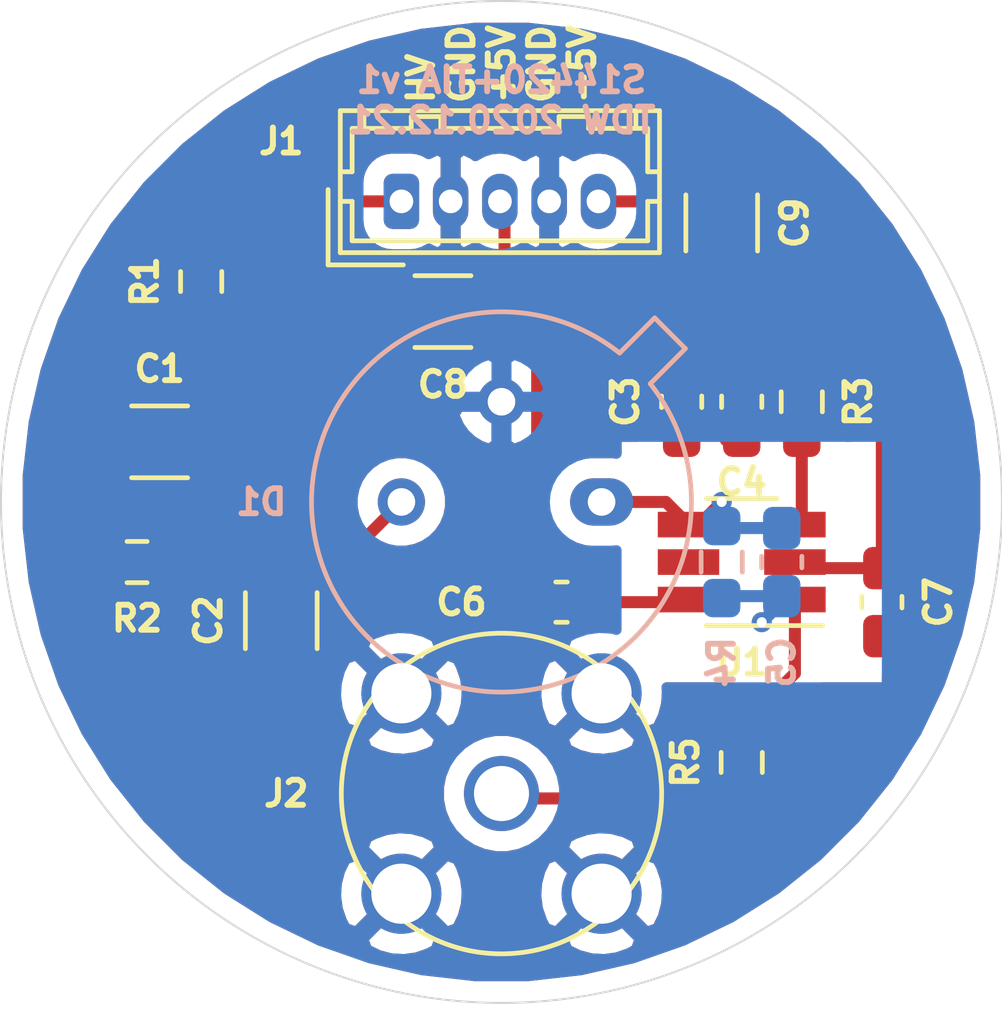
<source format=kicad_pcb>
(kicad_pcb (version 20171130) (host pcbnew "(5.1.8)-1")

  (general
    (thickness 1.6002)
    (drawings 4)
    (tracks 56)
    (zones 0)
    (modules 18)
    (nets 12)
  )

  (page A4)
  (layers
    (0 F.Cu signal)
    (31 B.Cu signal)
    (36 B.SilkS user)
    (37 F.SilkS user)
    (38 B.Mask user)
    (39 F.Mask user)
    (41 Cmts.User user)
    (44 Edge.Cuts user)
    (45 Margin user)
    (46 B.CrtYd user)
    (47 F.CrtYd user)
    (48 B.Fab user)
    (49 F.Fab user)
  )

  (setup
    (last_trace_width 0.1524)
    (user_trace_width 0.3048)
    (trace_clearance 0.1524)
    (zone_clearance 0.508)
    (zone_45_only no)
    (trace_min 0.1524)
    (via_size 0.508)
    (via_drill 0.254)
    (via_min_size 0.508)
    (via_min_drill 0.254)
    (uvia_size 0.508)
    (uvia_drill 0.254)
    (uvias_allowed no)
    (uvia_min_size 0.508)
    (uvia_min_drill 0.254)
    (edge_width 0.05)
    (segment_width 0.2)
    (pcb_text_width 0.3)
    (pcb_text_size 1.5 1.5)
    (mod_edge_width 0.12)
    (mod_text_size 0.635 0.635)
    (mod_text_width 0.15)
    (pad_size 1.524 1.524)
    (pad_drill 0.762)
    (pad_to_mask_clearance 0.0508)
    (solder_mask_min_width 0.1016)
    (aux_axis_origin 0 0)
    (visible_elements 7FFFFFFF)
    (pcbplotparams
      (layerselection 0x010fc_ffffffff)
      (usegerberextensions false)
      (usegerberattributes true)
      (usegerberadvancedattributes true)
      (creategerberjobfile true)
      (excludeedgelayer true)
      (linewidth 0.100000)
      (plotframeref false)
      (viasonmask false)
      (mode 1)
      (useauxorigin false)
      (hpglpennumber 1)
      (hpglpenspeed 20)
      (hpglpendiameter 15.000000)
      (psnegative false)
      (psa4output false)
      (plotreference true)
      (plotvalue true)
      (plotinvisibletext false)
      (padsonsilk false)
      (subtractmaskfromsilk false)
      (outputformat 1)
      (mirror false)
      (drillshape 1)
      (scaleselection 1)
      (outputdirectory ""))
  )

  (net 0 "")
  (net 1 "Net-(C1-Pad2)")
  (net 2 GND)
  (net 3 "Net-(C2-Pad2)")
  (net 4 "Net-(C3-Pad1)")
  (net 5 /+Vs)
  (net 6 /-Vs)
  (net 7 /-HV)
  (net 8 "Net-(J2-Pad1)")
  (net 9 "Net-(U1-Pad5)")
  (net 10 "Net-(C5-Pad2)")
  (net 11 "Net-(C5-Pad1)")

  (net_class Default "This is the default net class."
    (clearance 0.1524)
    (trace_width 0.1524)
    (via_dia 0.508)
    (via_drill 0.254)
    (uvia_dia 0.508)
    (uvia_drill 0.254)
    (add_net /+Vs)
    (add_net /-HV)
    (add_net /-Vs)
    (add_net GND)
    (add_net "Net-(C1-Pad2)")
    (add_net "Net-(C2-Pad2)")
    (add_net "Net-(C3-Pad1)")
    (add_net "Net-(C5-Pad1)")
    (add_net "Net-(C5-Pad2)")
    (add_net "Net-(J2-Pad1)")
    (add_net "Net-(U1-Pad5)")
  )

  (module s14420_tia:SMA_Jack_Linx_CONSMA001-C-G (layer F.Cu) (tedit 5FE0E611) (tstamp 5FDB9EC7)
    (at 152.4 121.6914)
    (descr https://www.amphenolrf.com/downloads/dl/file/id/7023/product/3103/901_144_customer_drawing.pdf)
    (tags "SMA THT Female Jack Vertical")
    (path /5FD85C3F)
    (fp_text reference J2 (at -5.461 0) (layer F.SilkS)
      (effects (font (size 0.635 0.635) (thickness 0.15)))
    )
    (fp_text value Conn_Coaxial (at 0 5) (layer F.Fab)
      (effects (font (size 1 1) (thickness 0.15)))
    )
    (fp_circle (center 0 0) (end 4.064 0) (layer F.SilkS) (width 0.12))
    (fp_circle (center 0 0) (end 3.175 0) (layer F.Fab) (width 0.12))
    (fp_line (start -4.17 -4.17) (end 4.17 -4.17) (layer F.CrtYd) (width 0.05))
    (fp_line (start -4.17 -4.17) (end -4.17 4.17) (layer F.CrtYd) (width 0.05))
    (fp_line (start 4.17 4.17) (end 4.17 -4.17) (layer F.CrtYd) (width 0.05))
    (fp_line (start 4.17 4.17) (end -4.17 4.17) (layer F.CrtYd) (width 0.05))
    (fp_circle (center 0 0) (end 3.9624 0) (layer F.Fab) (width 0.1))
    (fp_text user %R (at 0 0) (layer F.Fab)
      (effects (font (size 1 1) (thickness 0.15)))
    )
    (pad 2 thru_hole circle (at -2.54 2.54) (size 2.032 2.032) (drill 1.524) (layers *.Cu *.Mask)
      (net 2 GND))
    (pad 2 thru_hole circle (at -2.54 -2.54) (size 2.032 2.032) (drill 1.524) (layers *.Cu *.Mask)
      (net 2 GND))
    (pad 2 thru_hole circle (at 2.54 -2.54) (size 2.032 2.032) (drill 1.524) (layers *.Cu *.Mask)
      (net 2 GND))
    (pad 2 thru_hole circle (at 2.54 2.54) (size 2.032 2.032) (drill 1.524) (layers *.Cu *.Mask)
      (net 2 GND))
    (pad 1 thru_hole circle (at 0 0) (size 1.905 1.905) (drill 1.397) (layers *.Cu *.Mask)
      (net 8 "Net-(J2-Pad1)"))
    (model ${KISYS3DMOD}/Connector_Coaxial.3dshapes/SMA_Amphenol_901-144_Vertical.wrl
      (at (xyz 0 0 0))
      (scale (xyz 1 1 1))
      (rotate (xyz 0 0 0))
    )
    (model "${KIPRJMOD}/3d models/901-144-8RFX.stp"
      (offset (xyz 0 0 9.651999999999999))
      (scale (xyz 1 1 1))
      (rotate (xyz 0 -90 0))
    )
  )

  (module Capacitor_SMD:C_0603_1608Metric_Pad1.08x0.95mm_HandSolder (layer F.Cu) (tedit 5F68FEEF) (tstamp 5FDE5CCC)
    (at 156.972 111.76 90)
    (descr "Capacitor SMD 0603 (1608 Metric), square (rectangular) end terminal, IPC_7351 nominal with elongated pad for handsoldering. (Body size source: IPC-SM-782 page 76, https://www.pcb-3d.com/wordpress/wp-content/uploads/ipc-sm-782a_amendment_1_and_2.pdf), generated with kicad-footprint-generator")
    (tags "capacitor handsolder")
    (path /5FDEDC04)
    (attr smd)
    (fp_text reference C3 (at 0 -1.43 90) (layer F.SilkS)
      (effects (font (size 0.635 0.635) (thickness 0.15)))
    )
    (fp_text value .01uF (at 0 1.43 90) (layer F.Fab)
      (effects (font (size 1 1) (thickness 0.15)))
    )
    (fp_line (start -0.8 0.4) (end -0.8 -0.4) (layer F.Fab) (width 0.15))
    (fp_line (start -0.8 -0.4) (end 0.8 -0.4) (layer F.Fab) (width 0.15))
    (fp_line (start 0.8 -0.4) (end 0.8 0.4) (layer F.Fab) (width 0.15))
    (fp_line (start 0.8 0.4) (end -0.8 0.4) (layer F.Fab) (width 0.15))
    (fp_line (start -0.146267 -0.51) (end 0.146267 -0.51) (layer F.SilkS) (width 0.12))
    (fp_line (start -0.146267 0.51) (end 0.146267 0.51) (layer F.SilkS) (width 0.12))
    (fp_line (start -1.65 0.73) (end -1.65 -0.73) (layer F.CrtYd) (width 0.05))
    (fp_line (start -1.65 -0.73) (end 1.65 -0.73) (layer F.CrtYd) (width 0.05))
    (fp_line (start 1.65 -0.73) (end 1.65 0.73) (layer F.CrtYd) (width 0.05))
    (fp_line (start 1.65 0.73) (end -1.65 0.73) (layer F.CrtYd) (width 0.05))
    (fp_text user %R (at 0 0 90) (layer F.Fab)
      (effects (font (size 1 1) (thickness 0.15)))
    )
    (pad 2 smd roundrect (at 0.8625 0 90) (size 1.075 0.95) (layers F.Cu F.Paste F.Mask) (roundrect_rratio 0.25)
      (net 2 GND))
    (pad 1 smd roundrect (at -0.8625 0 90) (size 1.075 0.95) (layers F.Cu F.Paste F.Mask) (roundrect_rratio 0.25)
      (net 4 "Net-(C3-Pad1)"))
    (model ${KISYS3DMOD}/Capacitor_SMD.3dshapes/C_0603_1608Metric.wrl
      (at (xyz 0 0 0))
      (scale (xyz 1 1 1))
      (rotate (xyz 0 0 0))
    )
  )

  (module Capacitor_SMD:C_1206_3216Metric_Pad1.33x1.80mm_HandSolder (layer F.Cu) (tedit 5F68FEEF) (tstamp 5FDBCED8)
    (at 157.988 107.2265 270)
    (descr "Capacitor SMD 1206 (3216 Metric), square (rectangular) end terminal, IPC_7351 nominal with elongated pad for handsoldering. (Body size source: IPC-SM-782 page 76, https://www.pcb-3d.com/wordpress/wp-content/uploads/ipc-sm-782a_amendment_1_and_2.pdf), generated with kicad-footprint-generator")
    (tags "capacitor handsolder")
    (path /5FD92F5A)
    (attr smd)
    (fp_text reference C9 (at 0 -1.85 90) (layer F.SilkS)
      (effects (font (size 0.635 0.635) (thickness 0.15)))
    )
    (fp_text value 4.7uF (at 0 1.85 90) (layer F.Fab)
      (effects (font (size 1 1) (thickness 0.15)))
    )
    (fp_line (start 2.48 1.15) (end -2.48 1.15) (layer F.CrtYd) (width 0.05))
    (fp_line (start 2.48 -1.15) (end 2.48 1.15) (layer F.CrtYd) (width 0.05))
    (fp_line (start -2.48 -1.15) (end 2.48 -1.15) (layer F.CrtYd) (width 0.05))
    (fp_line (start -2.48 1.15) (end -2.48 -1.15) (layer F.CrtYd) (width 0.05))
    (fp_line (start -0.711252 0.91) (end 0.711252 0.91) (layer F.SilkS) (width 0.12))
    (fp_line (start -0.711252 -0.91) (end 0.711252 -0.91) (layer F.SilkS) (width 0.12))
    (fp_line (start 1.6 0.8) (end -1.6 0.8) (layer F.Fab) (width 0.15))
    (fp_line (start 1.6 -0.8) (end 1.6 0.8) (layer F.Fab) (width 0.15))
    (fp_line (start -1.6 -0.8) (end 1.6 -0.8) (layer F.Fab) (width 0.15))
    (fp_line (start -1.6 0.8) (end -1.6 -0.8) (layer F.Fab) (width 0.15))
    (fp_text user %R (at 0 0 90) (layer F.Fab)
      (effects (font (size 1 1) (thickness 0.15)))
    )
    (pad 2 smd roundrect (at 1.5625 0 270) (size 1.325 1.8) (layers F.Cu F.Paste F.Mask) (roundrect_rratio 0.188679)
      (net 2 GND))
    (pad 1 smd roundrect (at -1.5625 0 270) (size 1.325 1.8) (layers F.Cu F.Paste F.Mask) (roundrect_rratio 0.188679)
      (net 6 /-Vs))
    (model ${KISYS3DMOD}/Capacitor_SMD.3dshapes/C_1206_3216Metric.wrl
      (at (xyz 0 0 0))
      (scale (xyz 1 1 1))
      (rotate (xyz 0 0 0))
    )
  )

  (module Capacitor_SMD:C_1206_3216Metric_Pad1.33x1.80mm_HandSolder (layer F.Cu) (tedit 5F68FEEF) (tstamp 5FDBCEC7)
    (at 150.9145 109.474 180)
    (descr "Capacitor SMD 1206 (3216 Metric), square (rectangular) end terminal, IPC_7351 nominal with elongated pad for handsoldering. (Body size source: IPC-SM-782 page 76, https://www.pcb-3d.com/wordpress/wp-content/uploads/ipc-sm-782a_amendment_1_and_2.pdf), generated with kicad-footprint-generator")
    (tags "capacitor handsolder")
    (path /5FD91CB0)
    (attr smd)
    (fp_text reference C8 (at 0 -1.85) (layer F.SilkS)
      (effects (font (size 0.635 0.635) (thickness 0.15)))
    )
    (fp_text value 4.7uF (at 0 1.85) (layer F.Fab)
      (effects (font (size 1 1) (thickness 0.15)))
    )
    (fp_line (start 2.48 1.15) (end -2.48 1.15) (layer F.CrtYd) (width 0.05))
    (fp_line (start 2.48 -1.15) (end 2.48 1.15) (layer F.CrtYd) (width 0.05))
    (fp_line (start -2.48 -1.15) (end 2.48 -1.15) (layer F.CrtYd) (width 0.05))
    (fp_line (start -2.48 1.15) (end -2.48 -1.15) (layer F.CrtYd) (width 0.05))
    (fp_line (start -0.711252 0.91) (end 0.711252 0.91) (layer F.SilkS) (width 0.12))
    (fp_line (start -0.711252 -0.91) (end 0.711252 -0.91) (layer F.SilkS) (width 0.12))
    (fp_line (start 1.6 0.8) (end -1.6 0.8) (layer F.Fab) (width 0.15))
    (fp_line (start 1.6 -0.8) (end 1.6 0.8) (layer F.Fab) (width 0.15))
    (fp_line (start -1.6 -0.8) (end 1.6 -0.8) (layer F.Fab) (width 0.15))
    (fp_line (start -1.6 0.8) (end -1.6 -0.8) (layer F.Fab) (width 0.15))
    (fp_text user %R (at 0 0) (layer F.Fab)
      (effects (font (size 1 1) (thickness 0.15)))
    )
    (pad 2 smd roundrect (at 1.5625 0 180) (size 1.325 1.8) (layers F.Cu F.Paste F.Mask) (roundrect_rratio 0.188679)
      (net 2 GND))
    (pad 1 smd roundrect (at -1.5625 0 180) (size 1.325 1.8) (layers F.Cu F.Paste F.Mask) (roundrect_rratio 0.188679)
      (net 5 /+Vs))
    (model ${KISYS3DMOD}/Capacitor_SMD.3dshapes/C_1206_3216Metric.wrl
      (at (xyz 0 0 0))
      (scale (xyz 1 1 1))
      (rotate (xyz 0 0 0))
    )
  )

  (module Resistor_SMD:R_0603_1608Metric_Pad0.98x0.95mm_HandSolder (layer F.Cu) (tedit 5F68FEEE) (tstamp 5FDBCF9D)
    (at 158.496 120.904 90)
    (descr "Resistor SMD 0603 (1608 Metric), square (rectangular) end terminal, IPC_7351 nominal with elongated pad for handsoldering. (Body size source: IPC-SM-782 page 72, https://www.pcb-3d.com/wordpress/wp-content/uploads/ipc-sm-782a_amendment_1_and_2.pdf), generated with kicad-footprint-generator")
    (tags "resistor handsolder")
    (path /5FD8C66C)
    (attr smd)
    (fp_text reference R5 (at 0 -1.43 90) (layer F.SilkS)
      (effects (font (size 0.635 0.635) (thickness 0.15)))
    )
    (fp_text value 50 (at 0 1.43 90) (layer F.Fab)
      (effects (font (size 1 1) (thickness 0.15)))
    )
    (fp_line (start -0.8 0.4125) (end -0.8 -0.4125) (layer F.Fab) (width 0.15))
    (fp_line (start -0.8 -0.4125) (end 0.8 -0.4125) (layer F.Fab) (width 0.15))
    (fp_line (start 0.8 -0.4125) (end 0.8 0.4125) (layer F.Fab) (width 0.15))
    (fp_line (start 0.8 0.4125) (end -0.8 0.4125) (layer F.Fab) (width 0.15))
    (fp_line (start -0.254724 -0.5225) (end 0.254724 -0.5225) (layer F.SilkS) (width 0.12))
    (fp_line (start -0.254724 0.5225) (end 0.254724 0.5225) (layer F.SilkS) (width 0.12))
    (fp_line (start -1.65 0.73) (end -1.65 -0.73) (layer F.CrtYd) (width 0.05))
    (fp_line (start -1.65 -0.73) (end 1.65 -0.73) (layer F.CrtYd) (width 0.05))
    (fp_line (start 1.65 -0.73) (end 1.65 0.73) (layer F.CrtYd) (width 0.05))
    (fp_line (start 1.65 0.73) (end -1.65 0.73) (layer F.CrtYd) (width 0.05))
    (fp_text user %R (at 0 0 90) (layer F.Fab)
      (effects (font (size 1 1) (thickness 0.15)))
    )
    (pad 2 smd roundrect (at 0.9125 0 90) (size 0.975 0.95) (layers F.Cu F.Paste F.Mask) (roundrect_rratio 0.25)
      (net 11 "Net-(C5-Pad1)"))
    (pad 1 smd roundrect (at -0.9125 0 90) (size 0.975 0.95) (layers F.Cu F.Paste F.Mask) (roundrect_rratio 0.25)
      (net 8 "Net-(J2-Pad1)"))
    (model ${KISYS3DMOD}/Resistor_SMD.3dshapes/R_0603_1608Metric.wrl
      (at (xyz 0 0 0))
      (scale (xyz 1 1 1))
      (rotate (xyz 0 0 0))
    )
  )

  (module Resistor_SMD:R_0603_1608Metric_Pad0.98x0.95mm_HandSolder (layer B.Cu) (tedit 5F68FEEE) (tstamp 5FDCC7FC)
    (at 157.988 115.824 90)
    (descr "Resistor SMD 0603 (1608 Metric), square (rectangular) end terminal, IPC_7351 nominal with elongated pad for handsoldering. (Body size source: IPC-SM-782 page 72, https://www.pcb-3d.com/wordpress/wp-content/uploads/ipc-sm-782a_amendment_1_and_2.pdf), generated with kicad-footprint-generator")
    (tags "resistor handsolder")
    (path /5FD97E96)
    (attr smd)
    (fp_text reference R4 (at -2.54 0 90) (layer B.SilkS)
      (effects (font (size 0.635 0.635) (thickness 0.15)) (justify mirror))
    )
    (fp_text value 1k (at 0 -1.43 90) (layer B.Fab)
      (effects (font (size 1 1) (thickness 0.15)) (justify mirror))
    )
    (fp_line (start -0.8 -0.4125) (end -0.8 0.4125) (layer B.Fab) (width 0.15))
    (fp_line (start -0.8 0.4125) (end 0.8 0.4125) (layer B.Fab) (width 0.15))
    (fp_line (start 0.8 0.4125) (end 0.8 -0.4125) (layer B.Fab) (width 0.15))
    (fp_line (start 0.8 -0.4125) (end -0.8 -0.4125) (layer B.Fab) (width 0.15))
    (fp_line (start -0.254724 0.5225) (end 0.254724 0.5225) (layer B.SilkS) (width 0.12))
    (fp_line (start -0.254724 -0.5225) (end 0.254724 -0.5225) (layer B.SilkS) (width 0.12))
    (fp_line (start -1.65 -0.73) (end -1.65 0.73) (layer B.CrtYd) (width 0.05))
    (fp_line (start -1.65 0.73) (end 1.65 0.73) (layer B.CrtYd) (width 0.05))
    (fp_line (start 1.65 0.73) (end 1.65 -0.73) (layer B.CrtYd) (width 0.05))
    (fp_line (start 1.65 -0.73) (end -1.65 -0.73) (layer B.CrtYd) (width 0.05))
    (fp_text user %R (at 0 0 90) (layer B.Fab)
      (effects (font (size 1 1) (thickness 0.15)) (justify mirror))
    )
    (pad 2 smd roundrect (at 0.9125 0 90) (size 0.975 0.95) (layers B.Cu B.Paste B.Mask) (roundrect_rratio 0.25)
      (net 10 "Net-(C5-Pad2)"))
    (pad 1 smd roundrect (at -0.9125 0 90) (size 0.975 0.95) (layers B.Cu B.Paste B.Mask) (roundrect_rratio 0.25)
      (net 11 "Net-(C5-Pad1)"))
    (model ${KISYS3DMOD}/Resistor_SMD.3dshapes/R_0603_1608Metric.wrl
      (at (xyz 0 0 0))
      (scale (xyz 1 1 1))
      (rotate (xyz 0 0 0))
    )
  )

  (module Resistor_SMD:R_0603_1608Metric_Pad0.98x0.95mm_HandSolder (layer F.Cu) (tedit 5F68FEEE) (tstamp 5FDBCF7B)
    (at 160.02 111.76 270)
    (descr "Resistor SMD 0603 (1608 Metric), square (rectangular) end terminal, IPC_7351 nominal with elongated pad for handsoldering. (Body size source: IPC-SM-782 page 72, https://www.pcb-3d.com/wordpress/wp-content/uploads/ipc-sm-782a_amendment_1_and_2.pdf), generated with kicad-footprint-generator")
    (tags "resistor handsolder")
    (path /5FDC1CD9)
    (attr smd)
    (fp_text reference R3 (at 0 -1.43 90) (layer F.SilkS)
      (effects (font (size 0.635 0.635) (thickness 0.15)))
    )
    (fp_text value 1k (at 0 1.43 90) (layer F.Fab)
      (effects (font (size 1 1) (thickness 0.15)))
    )
    (fp_line (start -0.8 0.4125) (end -0.8 -0.4125) (layer F.Fab) (width 0.15))
    (fp_line (start -0.8 -0.4125) (end 0.8 -0.4125) (layer F.Fab) (width 0.15))
    (fp_line (start 0.8 -0.4125) (end 0.8 0.4125) (layer F.Fab) (width 0.15))
    (fp_line (start 0.8 0.4125) (end -0.8 0.4125) (layer F.Fab) (width 0.15))
    (fp_line (start -0.254724 -0.5225) (end 0.254724 -0.5225) (layer F.SilkS) (width 0.12))
    (fp_line (start -0.254724 0.5225) (end 0.254724 0.5225) (layer F.SilkS) (width 0.12))
    (fp_line (start -1.65 0.73) (end -1.65 -0.73) (layer F.CrtYd) (width 0.05))
    (fp_line (start -1.65 -0.73) (end 1.65 -0.73) (layer F.CrtYd) (width 0.05))
    (fp_line (start 1.65 -0.73) (end 1.65 0.73) (layer F.CrtYd) (width 0.05))
    (fp_line (start 1.65 0.73) (end -1.65 0.73) (layer F.CrtYd) (width 0.05))
    (fp_text user %R (at 0 0 90) (layer F.Fab)
      (effects (font (size 1 1) (thickness 0.15)))
    )
    (pad 2 smd roundrect (at 0.9125 0 270) (size 0.975 0.95) (layers F.Cu F.Paste F.Mask) (roundrect_rratio 0.25)
      (net 4 "Net-(C3-Pad1)"))
    (pad 1 smd roundrect (at -0.9125 0 270) (size 0.975 0.95) (layers F.Cu F.Paste F.Mask) (roundrect_rratio 0.25)
      (net 2 GND))
    (model ${KISYS3DMOD}/Resistor_SMD.3dshapes/R_0603_1608Metric.wrl
      (at (xyz 0 0 0))
      (scale (xyz 1 1 1))
      (rotate (xyz 0 0 0))
    )
  )

  (module Resistor_SMD:R_0603_1608Metric_Pad0.98x0.95mm_HandSolder (layer F.Cu) (tedit 5F68FEEE) (tstamp 5FDBCF6A)
    (at 143.1525 115.824 180)
    (descr "Resistor SMD 0603 (1608 Metric), square (rectangular) end terminal, IPC_7351 nominal with elongated pad for handsoldering. (Body size source: IPC-SM-782 page 72, https://www.pcb-3d.com/wordpress/wp-content/uploads/ipc-sm-782a_amendment_1_and_2.pdf), generated with kicad-footprint-generator")
    (tags "resistor handsolder")
    (path /5FD85E55)
    (attr smd)
    (fp_text reference R2 (at 0 -1.43) (layer F.SilkS)
      (effects (font (size 0.635 0.635) (thickness 0.15)))
    )
    (fp_text value 10 (at 0 1.43) (layer F.Fab)
      (effects (font (size 1 1) (thickness 0.15)))
    )
    (fp_line (start -0.8 0.4125) (end -0.8 -0.4125) (layer F.Fab) (width 0.15))
    (fp_line (start -0.8 -0.4125) (end 0.8 -0.4125) (layer F.Fab) (width 0.15))
    (fp_line (start 0.8 -0.4125) (end 0.8 0.4125) (layer F.Fab) (width 0.15))
    (fp_line (start 0.8 0.4125) (end -0.8 0.4125) (layer F.Fab) (width 0.15))
    (fp_line (start -0.254724 -0.5225) (end 0.254724 -0.5225) (layer F.SilkS) (width 0.12))
    (fp_line (start -0.254724 0.5225) (end 0.254724 0.5225) (layer F.SilkS) (width 0.12))
    (fp_line (start -1.65 0.73) (end -1.65 -0.73) (layer F.CrtYd) (width 0.05))
    (fp_line (start -1.65 -0.73) (end 1.65 -0.73) (layer F.CrtYd) (width 0.05))
    (fp_line (start 1.65 -0.73) (end 1.65 0.73) (layer F.CrtYd) (width 0.05))
    (fp_line (start 1.65 0.73) (end -1.65 0.73) (layer F.CrtYd) (width 0.05))
    (fp_text user %R (at 0 0) (layer F.Fab)
      (effects (font (size 1 1) (thickness 0.15)))
    )
    (pad 2 smd roundrect (at 0.9125 0 180) (size 0.975 0.95) (layers F.Cu F.Paste F.Mask) (roundrect_rratio 0.25)
      (net 1 "Net-(C1-Pad2)"))
    (pad 1 smd roundrect (at -0.9125 0 180) (size 0.975 0.95) (layers F.Cu F.Paste F.Mask) (roundrect_rratio 0.25)
      (net 3 "Net-(C2-Pad2)"))
    (model ${KISYS3DMOD}/Resistor_SMD.3dshapes/R_0603_1608Metric.wrl
      (at (xyz 0 0 0))
      (scale (xyz 1 1 1))
      (rotate (xyz 0 0 0))
    )
  )

  (module Resistor_SMD:R_0603_1608Metric_Pad0.98x0.95mm_HandSolder (layer F.Cu) (tedit 5F68FEEE) (tstamp 5FDE090B)
    (at 144.78 108.712 90)
    (descr "Resistor SMD 0603 (1608 Metric), square (rectangular) end terminal, IPC_7351 nominal with elongated pad for handsoldering. (Body size source: IPC-SM-782 page 72, https://www.pcb-3d.com/wordpress/wp-content/uploads/ipc-sm-782a_amendment_1_and_2.pdf), generated with kicad-footprint-generator")
    (tags "resistor handsolder")
    (path /5FD857A3)
    (attr smd)
    (fp_text reference R1 (at 0 -1.43 90) (layer F.SilkS)
      (effects (font (size 0.635 0.635) (thickness 0.15)))
    )
    (fp_text value 10 (at 0 1.43 90) (layer F.Fab)
      (effects (font (size 1 1) (thickness 0.15)))
    )
    (fp_line (start -0.8 0.4125) (end -0.8 -0.4125) (layer F.Fab) (width 0.15))
    (fp_line (start -0.8 -0.4125) (end 0.8 -0.4125) (layer F.Fab) (width 0.15))
    (fp_line (start 0.8 -0.4125) (end 0.8 0.4125) (layer F.Fab) (width 0.15))
    (fp_line (start 0.8 0.4125) (end -0.8 0.4125) (layer F.Fab) (width 0.15))
    (fp_line (start -0.254724 -0.5225) (end 0.254724 -0.5225) (layer F.SilkS) (width 0.12))
    (fp_line (start -0.254724 0.5225) (end 0.254724 0.5225) (layer F.SilkS) (width 0.12))
    (fp_line (start -1.65 0.73) (end -1.65 -0.73) (layer F.CrtYd) (width 0.05))
    (fp_line (start -1.65 -0.73) (end 1.65 -0.73) (layer F.CrtYd) (width 0.05))
    (fp_line (start 1.65 -0.73) (end 1.65 0.73) (layer F.CrtYd) (width 0.05))
    (fp_line (start 1.65 0.73) (end -1.65 0.73) (layer F.CrtYd) (width 0.05))
    (fp_text user %R (at 0 0 90) (layer F.Fab)
      (effects (font (size 1 1) (thickness 0.15)))
    )
    (pad 2 smd roundrect (at 0.9125 0 90) (size 0.975 0.95) (layers F.Cu F.Paste F.Mask) (roundrect_rratio 0.25)
      (net 7 /-HV))
    (pad 1 smd roundrect (at -0.9125 0 90) (size 0.975 0.95) (layers F.Cu F.Paste F.Mask) (roundrect_rratio 0.25)
      (net 1 "Net-(C1-Pad2)"))
    (model ${KISYS3DMOD}/Resistor_SMD.3dshapes/R_0603_1608Metric.wrl
      (at (xyz 0 0 0))
      (scale (xyz 1 1 1))
      (rotate (xyz 0 0 0))
    )
  )

  (module Capacitor_SMD:C_0603_1608Metric_Pad1.08x0.95mm_HandSolder (layer F.Cu) (tedit 5F68FEEF) (tstamp 5FDBCEB6)
    (at 162.052 116.84 270)
    (descr "Capacitor SMD 0603 (1608 Metric), square (rectangular) end terminal, IPC_7351 nominal with elongated pad for handsoldering. (Body size source: IPC-SM-782 page 76, https://www.pcb-3d.com/wordpress/wp-content/uploads/ipc-sm-782a_amendment_1_and_2.pdf), generated with kicad-footprint-generator")
    (tags "capacitor handsolder")
    (path /5FD95066)
    (attr smd)
    (fp_text reference C7 (at 0 -1.43 90) (layer F.SilkS)
      (effects (font (size 0.635 0.635) (thickness 0.15)))
    )
    (fp_text value 0.1uF (at 0 1.43 90) (layer F.Fab)
      (effects (font (size 1 1) (thickness 0.15)))
    )
    (fp_line (start -0.8 0.4) (end -0.8 -0.4) (layer F.Fab) (width 0.15))
    (fp_line (start -0.8 -0.4) (end 0.8 -0.4) (layer F.Fab) (width 0.15))
    (fp_line (start 0.8 -0.4) (end 0.8 0.4) (layer F.Fab) (width 0.15))
    (fp_line (start 0.8 0.4) (end -0.8 0.4) (layer F.Fab) (width 0.15))
    (fp_line (start -0.146267 -0.51) (end 0.146267 -0.51) (layer F.SilkS) (width 0.12))
    (fp_line (start -0.146267 0.51) (end 0.146267 0.51) (layer F.SilkS) (width 0.12))
    (fp_line (start -1.65 0.73) (end -1.65 -0.73) (layer F.CrtYd) (width 0.05))
    (fp_line (start -1.65 -0.73) (end 1.65 -0.73) (layer F.CrtYd) (width 0.05))
    (fp_line (start 1.65 -0.73) (end 1.65 0.73) (layer F.CrtYd) (width 0.05))
    (fp_line (start 1.65 0.73) (end -1.65 0.73) (layer F.CrtYd) (width 0.05))
    (fp_text user %R (at 0 0 90) (layer F.Fab)
      (effects (font (size 1 1) (thickness 0.15)))
    )
    (pad 2 smd roundrect (at 0.8625 0 270) (size 1.075 0.95) (layers F.Cu F.Paste F.Mask) (roundrect_rratio 0.25)
      (net 2 GND))
    (pad 1 smd roundrect (at -0.8625 0 270) (size 1.075 0.95) (layers F.Cu F.Paste F.Mask) (roundrect_rratio 0.25)
      (net 6 /-Vs))
    (model ${KISYS3DMOD}/Capacitor_SMD.3dshapes/C_0603_1608Metric.wrl
      (at (xyz 0 0 0))
      (scale (xyz 1 1 1))
      (rotate (xyz 0 0 0))
    )
  )

  (module Capacitor_SMD:C_0603_1608Metric_Pad1.08x0.95mm_HandSolder (layer F.Cu) (tedit 5F68FEEF) (tstamp 5FDBCEA5)
    (at 153.924 116.84 180)
    (descr "Capacitor SMD 0603 (1608 Metric), square (rectangular) end terminal, IPC_7351 nominal with elongated pad for handsoldering. (Body size source: IPC-SM-782 page 76, https://www.pcb-3d.com/wordpress/wp-content/uploads/ipc-sm-782a_amendment_1_and_2.pdf), generated with kicad-footprint-generator")
    (tags "capacitor handsolder")
    (path /5FD94959)
    (attr smd)
    (fp_text reference C6 (at 2.54 0) (layer F.SilkS)
      (effects (font (size 0.635 0.635) (thickness 0.15)))
    )
    (fp_text value 0.1uF (at 0 1.43) (layer F.Fab)
      (effects (font (size 1 1) (thickness 0.15)))
    )
    (fp_line (start -0.8 0.4) (end -0.8 -0.4) (layer F.Fab) (width 0.15))
    (fp_line (start -0.8 -0.4) (end 0.8 -0.4) (layer F.Fab) (width 0.15))
    (fp_line (start 0.8 -0.4) (end 0.8 0.4) (layer F.Fab) (width 0.15))
    (fp_line (start 0.8 0.4) (end -0.8 0.4) (layer F.Fab) (width 0.15))
    (fp_line (start -0.146267 -0.51) (end 0.146267 -0.51) (layer F.SilkS) (width 0.12))
    (fp_line (start -0.146267 0.51) (end 0.146267 0.51) (layer F.SilkS) (width 0.12))
    (fp_line (start -1.65 0.73) (end -1.65 -0.73) (layer F.CrtYd) (width 0.05))
    (fp_line (start -1.65 -0.73) (end 1.65 -0.73) (layer F.CrtYd) (width 0.05))
    (fp_line (start 1.65 -0.73) (end 1.65 0.73) (layer F.CrtYd) (width 0.05))
    (fp_line (start 1.65 0.73) (end -1.65 0.73) (layer F.CrtYd) (width 0.05))
    (fp_text user %R (at 0 0) (layer F.Fab)
      (effects (font (size 1 1) (thickness 0.15)))
    )
    (pad 2 smd roundrect (at 0.8625 0 180) (size 1.075 0.95) (layers F.Cu F.Paste F.Mask) (roundrect_rratio 0.25)
      (net 2 GND))
    (pad 1 smd roundrect (at -0.8625 0 180) (size 1.075 0.95) (layers F.Cu F.Paste F.Mask) (roundrect_rratio 0.25)
      (net 5 /+Vs))
    (model ${KISYS3DMOD}/Capacitor_SMD.3dshapes/C_0603_1608Metric.wrl
      (at (xyz 0 0 0))
      (scale (xyz 1 1 1))
      (rotate (xyz 0 0 0))
    )
  )

  (module Capacitor_SMD:C_0603_1608Metric_Pad1.08x0.95mm_HandSolder (layer B.Cu) (tedit 5F68FEEF) (tstamp 5FDCD68B)
    (at 159.512 115.824 90)
    (descr "Capacitor SMD 0603 (1608 Metric), square (rectangular) end terminal, IPC_7351 nominal with elongated pad for handsoldering. (Body size source: IPC-SM-782 page 76, https://www.pcb-3d.com/wordpress/wp-content/uploads/ipc-sm-782a_amendment_1_and_2.pdf), generated with kicad-footprint-generator")
    (tags "capacitor handsolder")
    (path /5FD9B30C)
    (attr smd)
    (fp_text reference C5 (at -2.54 0 90) (layer B.SilkS)
      (effects (font (size 0.635 0.635) (thickness 0.15)) (justify mirror))
    )
    (fp_text value 6.2pF (at 0 -1.43 90) (layer B.Fab)
      (effects (font (size 1 1) (thickness 0.15)) (justify mirror))
    )
    (fp_line (start -0.8 -0.4) (end -0.8 0.4) (layer B.Fab) (width 0.15))
    (fp_line (start -0.8 0.4) (end 0.8 0.4) (layer B.Fab) (width 0.15))
    (fp_line (start 0.8 0.4) (end 0.8 -0.4) (layer B.Fab) (width 0.15))
    (fp_line (start 0.8 -0.4) (end -0.8 -0.4) (layer B.Fab) (width 0.15))
    (fp_line (start -0.146267 0.51) (end 0.146267 0.51) (layer B.SilkS) (width 0.12))
    (fp_line (start -0.146267 -0.51) (end 0.146267 -0.51) (layer B.SilkS) (width 0.12))
    (fp_line (start -1.65 -0.73) (end -1.65 0.73) (layer B.CrtYd) (width 0.05))
    (fp_line (start -1.65 0.73) (end 1.65 0.73) (layer B.CrtYd) (width 0.05))
    (fp_line (start 1.65 0.73) (end 1.65 -0.73) (layer B.CrtYd) (width 0.05))
    (fp_line (start 1.65 -0.73) (end -1.65 -0.73) (layer B.CrtYd) (width 0.05))
    (fp_text user %R (at 0 0 90) (layer B.Fab)
      (effects (font (size 1 1) (thickness 0.15)) (justify mirror))
    )
    (pad 2 smd roundrect (at 0.8625 0 90) (size 1.075 0.95) (layers B.Cu B.Paste B.Mask) (roundrect_rratio 0.25)
      (net 10 "Net-(C5-Pad2)"))
    (pad 1 smd roundrect (at -0.8625 0 90) (size 1.075 0.95) (layers B.Cu B.Paste B.Mask) (roundrect_rratio 0.25)
      (net 11 "Net-(C5-Pad1)"))
    (model ${KISYS3DMOD}/Capacitor_SMD.3dshapes/C_0603_1608Metric.wrl
      (at (xyz 0 0 0))
      (scale (xyz 1 1 1))
      (rotate (xyz 0 0 0))
    )
  )

  (module Capacitor_SMD:C_0603_1608Metric_Pad1.08x0.95mm_HandSolder (layer F.Cu) (tedit 5F68FEEF) (tstamp 5FDBCE83)
    (at 158.496 111.76 90)
    (descr "Capacitor SMD 0603 (1608 Metric), square (rectangular) end terminal, IPC_7351 nominal with elongated pad for handsoldering. (Body size source: IPC-SM-782 page 76, https://www.pcb-3d.com/wordpress/wp-content/uploads/ipc-sm-782a_amendment_1_and_2.pdf), generated with kicad-footprint-generator")
    (tags "capacitor handsolder")
    (path /5FDC2B06)
    (attr smd)
    (fp_text reference C4 (at -2.032 0 180) (layer F.SilkS)
      (effects (font (size 0.635 0.635) (thickness 0.15)))
    )
    (fp_text value 1uF (at 0 1.43 90) (layer F.Fab)
      (effects (font (size 1 1) (thickness 0.15)))
    )
    (fp_line (start -0.8 0.4) (end -0.8 -0.4) (layer F.Fab) (width 0.15))
    (fp_line (start -0.8 -0.4) (end 0.8 -0.4) (layer F.Fab) (width 0.15))
    (fp_line (start 0.8 -0.4) (end 0.8 0.4) (layer F.Fab) (width 0.15))
    (fp_line (start 0.8 0.4) (end -0.8 0.4) (layer F.Fab) (width 0.15))
    (fp_line (start -0.146267 -0.51) (end 0.146267 -0.51) (layer F.SilkS) (width 0.12))
    (fp_line (start -0.146267 0.51) (end 0.146267 0.51) (layer F.SilkS) (width 0.12))
    (fp_line (start -1.65 0.73) (end -1.65 -0.73) (layer F.CrtYd) (width 0.05))
    (fp_line (start -1.65 -0.73) (end 1.65 -0.73) (layer F.CrtYd) (width 0.05))
    (fp_line (start 1.65 -0.73) (end 1.65 0.73) (layer F.CrtYd) (width 0.05))
    (fp_line (start 1.65 0.73) (end -1.65 0.73) (layer F.CrtYd) (width 0.05))
    (fp_text user %R (at 0 0 90) (layer F.Fab)
      (effects (font (size 1 1) (thickness 0.15)))
    )
    (pad 2 smd roundrect (at 0.8625 0 90) (size 1.075 0.95) (layers F.Cu F.Paste F.Mask) (roundrect_rratio 0.25)
      (net 2 GND))
    (pad 1 smd roundrect (at -0.8625 0 90) (size 1.075 0.95) (layers F.Cu F.Paste F.Mask) (roundrect_rratio 0.25)
      (net 4 "Net-(C3-Pad1)"))
    (model ${KISYS3DMOD}/Capacitor_SMD.3dshapes/C_0603_1608Metric.wrl
      (at (xyz 0 0 0))
      (scale (xyz 1 1 1))
      (rotate (xyz 0 0 0))
    )
  )

  (module s14420_tia:TO-5-3_Window_HamamatsuPinOrder (layer B.Cu) (tedit 5FDB9A56) (tstamp 5FDCC075)
    (at 154.94 114.3 180)
    (descr "TO-5-3_Window, Window")
    (tags "TO-5-3_Window Window")
    (path /5FDB71C0)
    (fp_text reference D1 (at 8.636 0 180) (layer B.SilkS)
      (effects (font (size 0.635 0.635) (thickness 0.15)) (justify mirror))
    )
    (fp_text value S14420 (at 2.54 -5.82 180) (layer B.Fab)
      (effects (font (size 1 1) (thickness 0.15)) (justify mirror))
    )
    (fp_line (start -0.465408 3.61352) (end -1.27151 4.419621) (layer B.Fab) (width 0.15))
    (fp_line (start -1.27151 4.419621) (end -1.879621 3.81151) (layer B.Fab) (width 0.15))
    (fp_line (start -1.879621 3.81151) (end -1.07352 3.005408) (layer B.Fab) (width 0.15))
    (fp_line (start 3.864 2.637) (end 5.177 1.324) (layer B.Fab) (width 0.15))
    (fp_line (start 3.025 2.911) (end 5.451 0.485) (layer B.Fab) (width 0.15))
    (fp_line (start 2.42 2.948) (end 5.488 -0.12) (layer B.Fab) (width 0.15))
    (fp_line (start 1.918 2.884) (end 5.424 -0.622) (layer B.Fab) (width 0.15))
    (fp_line (start 1.482 2.755) (end 5.295 -1.058) (layer B.Fab) (width 0.15))
    (fp_line (start 1.097 2.574) (end 5.114 -1.443) (layer B.Fab) (width 0.15))
    (fp_line (start 0.756 2.35) (end 4.89 -1.784) (layer B.Fab) (width 0.15))
    (fp_line (start 0.454 2.086) (end 4.626 -2.086) (layer B.Fab) (width 0.15))
    (fp_line (start 0.19 1.784) (end 4.324 -2.35) (layer B.Fab) (width 0.15))
    (fp_line (start -0.034 1.443) (end 3.983 -2.574) (layer B.Fab) (width 0.15))
    (fp_line (start -0.215 1.058) (end 3.598 -2.755) (layer B.Fab) (width 0.15))
    (fp_line (start -0.344 0.622) (end 3.162 -2.884) (layer B.Fab) (width 0.15))
    (fp_line (start -0.408 0.12) (end 2.66 -2.948) (layer B.Fab) (width 0.15))
    (fp_line (start -0.371 -0.485) (end 2.055 -2.911) (layer B.Fab) (width 0.15))
    (fp_line (start -0.097 -1.324) (end 1.216 -2.637) (layer B.Fab) (width 0.15))
    (fp_line (start -0.457084 3.774902) (end -1.348039 4.665856) (layer B.SilkS) (width 0.12))
    (fp_line (start -1.348039 4.665856) (end -2.125856 3.888039) (layer B.SilkS) (width 0.12))
    (fp_line (start -2.125856 3.888039) (end -1.234902 2.997084) (layer B.SilkS) (width 0.12))
    (fp_line (start -2.41 4.95) (end -2.41 -4.95) (layer B.CrtYd) (width 0.05))
    (fp_line (start -2.41 -4.95) (end 7.49 -4.95) (layer B.CrtYd) (width 0.05))
    (fp_line (start 7.49 -4.95) (end 7.49 4.95) (layer B.CrtYd) (width 0.05))
    (fp_line (start 7.49 4.95) (end -2.41 4.95) (layer B.CrtYd) (width 0.05))
    (fp_circle (center 2.54 0) (end 6.79 0) (layer B.Fab) (width 0.15))
    (fp_circle (center 2.54 0) (end 5.49 0) (layer B.Fab) (width 0.15))
    (fp_arc (start 2.54 0) (end -0.457084 3.774902) (angle -346.9) (layer B.SilkS) (width 0.12))
    (fp_arc (start 2.54 0) (end -0.465408 3.61352) (angle -349.5) (layer B.Fab) (width 0.15))
    (fp_text user %R (at 2.54 5.82 180) (layer B.Fab)
      (effects (font (size 1 1) (thickness 0.15)) (justify mirror))
    )
    (pad 3 thru_hole oval (at 2.54 2.54 180) (size 1.2 1.2) (drill 0.7) (layers *.Cu *.Mask)
      (net 2 GND))
    (pad 2 thru_hole oval (at 5.08 0 180) (size 1.2 1.2) (drill 0.7) (layers *.Cu *.Mask)
      (net 3 "Net-(C2-Pad2)"))
    (pad 1 thru_hole oval (at 0 0 180) (size 1.6 1.2) (drill 0.7) (layers *.Cu *.Mask)
      (net 10 "Net-(C5-Pad2)"))
    (model ${KISYS3DMOD}/Package_TO_SOT_THT.3dshapes/TO-5-2_Window.wrl
      (offset (xyz 0 0 -4.9))
      (scale (xyz 1 1 1))
      (rotate (xyz 0 0 0))
    )
  )

  (module Package_TO_SOT_SMD:SOT-23-6_Handsoldering (layer F.Cu) (tedit 5A02FF57) (tstamp 5FDE085E)
    (at 158.496 115.824 180)
    (descr "6-pin SOT-23 package, Handsoldering")
    (tags "SOT-23-6 Handsoldering")
    (path /5FD7D25D)
    (attr smd)
    (fp_text reference U1 (at 0 -2.54) (layer F.SilkS)
      (effects (font (size 0.635 0.635) (thickness 0.15)))
    )
    (fp_text value OPA847xDBV (at 0 2.9) (layer F.Fab)
      (effects (font (size 1 1) (thickness 0.15)))
    )
    (fp_line (start 0.9 -1.55) (end 0.9 1.55) (layer F.Fab) (width 0.15))
    (fp_line (start 0.9 1.55) (end -0.9 1.55) (layer F.Fab) (width 0.15))
    (fp_line (start -0.9 -0.9) (end -0.9 1.55) (layer F.Fab) (width 0.15))
    (fp_line (start 0.9 -1.55) (end -0.25 -1.55) (layer F.Fab) (width 0.15))
    (fp_line (start -0.9 -0.9) (end -0.25 -1.55) (layer F.Fab) (width 0.15))
    (fp_line (start -2.4 -1.8) (end 2.4 -1.8) (layer F.CrtYd) (width 0.05))
    (fp_line (start 2.4 -1.8) (end 2.4 1.8) (layer F.CrtYd) (width 0.05))
    (fp_line (start 2.4 1.8) (end -2.4 1.8) (layer F.CrtYd) (width 0.05))
    (fp_line (start -2.4 1.8) (end -2.4 -1.8) (layer F.CrtYd) (width 0.05))
    (fp_line (start 0.9 -1.61) (end -2.05 -1.61) (layer F.SilkS) (width 0.12))
    (fp_line (start -0.9 1.61) (end 0.9 1.61) (layer F.SilkS) (width 0.12))
    (fp_text user %R (at 0 0 90) (layer F.Fab)
      (effects (font (size 1 1) (thickness 0.15)))
    )
    (pad 5 smd rect (at 1.35 0 180) (size 1.56 0.65) (layers F.Cu F.Paste F.Mask)
      (net 9 "Net-(U1-Pad5)"))
    (pad 6 smd rect (at 1.35 -0.95 180) (size 1.56 0.65) (layers F.Cu F.Paste F.Mask)
      (net 5 /+Vs))
    (pad 4 smd rect (at 1.35 0.95 180) (size 1.56 0.65) (layers F.Cu F.Paste F.Mask)
      (net 10 "Net-(C5-Pad2)"))
    (pad 3 smd rect (at -1.35 0.95 180) (size 1.56 0.65) (layers F.Cu F.Paste F.Mask)
      (net 4 "Net-(C3-Pad1)"))
    (pad 2 smd rect (at -1.35 0 180) (size 1.56 0.65) (layers F.Cu F.Paste F.Mask)
      (net 6 /-Vs))
    (pad 1 smd rect (at -1.35 -0.95 180) (size 1.56 0.65) (layers F.Cu F.Paste F.Mask)
      (net 11 "Net-(C5-Pad1)"))
    (model ${KISYS3DMOD}/Package_TO_SOT_SMD.3dshapes/SOT-23-6.wrl
      (at (xyz 0 0 0))
      (scale (xyz 1 1 1))
      (rotate (xyz 0 0 0))
    )
  )

  (module s14420_tia:Hirose_DF13-05P-1.25DSA_1x05_P1.25mm_Vertical (layer F.Cu) (tedit 5FD917BB) (tstamp 5FDBCF2D)
    (at 149.86 106.68)
    (descr "Hirose DF13 through hole, DF13-05P-1.25DSA, 5 Pins per row (https://www.hirose.com/product/en/products/DF13/DF13-2P-1.25DSA%2850%29/), generated with kicad-footprint-generator")
    (tags "connector Hirose DF13 vertical")
    (path /5FD81A6A)
    (fp_text reference J1 (at -3.048 -1.524) (layer F.SilkS)
      (effects (font (size 0.635 0.635) (thickness 0.15)))
    )
    (fp_text value Conn_01x05 (at 2.5 2.4) (layer F.Fab)
      (effects (font (size 1 1) (thickness 0.15)))
    )
    (fp_line (start -1.45 -2.2) (end -1.45 1.2) (layer F.Fab) (width 0.15))
    (fp_line (start -1.45 1.2) (end 6.45 1.2) (layer F.Fab) (width 0.15))
    (fp_line (start 6.45 1.2) (end 6.45 -2.2) (layer F.Fab) (width 0.15))
    (fp_line (start 6.45 -2.2) (end -1.45 -2.2) (layer F.Fab) (width 0.15))
    (fp_line (start -1.55 -2.3) (end -1.55 1.3) (layer F.SilkS) (width 0.12))
    (fp_line (start -1.55 1.3) (end 6.55 1.3) (layer F.SilkS) (width 0.12))
    (fp_line (start 6.55 1.3) (end 6.55 -2.3) (layer F.SilkS) (width 0.12))
    (fp_line (start 6.55 -2.3) (end -1.55 -2.3) (layer F.SilkS) (width 0.12))
    (fp_line (start -1.86 -0.3) (end -1.86 1.61) (layer F.SilkS) (width 0.12))
    (fp_line (start -1.86 1.61) (end 0.05 1.61) (layer F.SilkS) (width 0.12))
    (fp_line (start -0.5 1.2) (end 0 0.492893) (layer F.Fab) (width 0.15))
    (fp_line (start 0 0.492893) (end 0.5 1.2) (layer F.Fab) (width 0.15))
    (fp_line (start -1.55 0) (end -1.25 0) (layer F.SilkS) (width 0.12))
    (fp_line (start -1.25 0) (end -1.25 1) (layer F.SilkS) (width 0.12))
    (fp_line (start -1.25 1) (end 6.25 1) (layer F.SilkS) (width 0.12))
    (fp_line (start 6.25 1) (end 6.25 0) (layer F.SilkS) (width 0.12))
    (fp_line (start 6.25 0) (end 6.55 0) (layer F.SilkS) (width 0.12))
    (fp_line (start -1.55 -0.75) (end -1.25 -0.75) (layer F.SilkS) (width 0.12))
    (fp_line (start -1.25 -0.75) (end -1.25 -1.85) (layer F.SilkS) (width 0.12))
    (fp_line (start -1.25 -1.85) (end -0.95 -1.85) (layer F.SilkS) (width 0.12))
    (fp_line (start -0.95 -1.85) (end -0.95 -2.3) (layer F.SilkS) (width 0.12))
    (fp_line (start 6.55 -0.75) (end 6.25 -0.75) (layer F.SilkS) (width 0.12))
    (fp_line (start 6.25 -0.75) (end 6.25 -1.85) (layer F.SilkS) (width 0.12))
    (fp_line (start 6.25 -1.85) (end 5.95 -1.85) (layer F.SilkS) (width 0.12))
    (fp_line (start 5.95 -1.85) (end 5.95 -2.3) (layer F.SilkS) (width 0.12))
    (fp_line (start -0.95 -1.85) (end 0.25 -1.85) (layer F.SilkS) (width 0.12))
    (fp_line (start 0.25 -1.85) (end 0.25 -2.15) (layer F.SilkS) (width 0.12))
    (fp_line (start 0.25 -2.15) (end 1 -2.15) (layer F.SilkS) (width 0.12))
    (fp_line (start 1 -2.15) (end 1 -1.85) (layer F.SilkS) (width 0.12))
    (fp_line (start 1 -1.85) (end 4 -1.85) (layer F.SilkS) (width 0.12))
    (fp_line (start 4 -1.85) (end 4 -2.15) (layer F.SilkS) (width 0.12))
    (fp_line (start 4 -2.15) (end 4.75 -2.15) (layer F.SilkS) (width 0.12))
    (fp_line (start 4.75 -2.15) (end 4.75 -1.85) (layer F.SilkS) (width 0.12))
    (fp_line (start 4.75 -1.85) (end 5.95 -1.85) (layer F.SilkS) (width 0.12))
    (fp_line (start -1.95 -2.7) (end -1.95 1.7) (layer F.CrtYd) (width 0.05))
    (fp_line (start -1.95 1.7) (end 6.95 1.7) (layer F.CrtYd) (width 0.05))
    (fp_line (start 6.95 1.7) (end 6.95 -2.7) (layer F.CrtYd) (width 0.05))
    (fp_line (start 6.95 -2.7) (end -1.95 -2.7) (layer F.CrtYd) (width 0.05))
    (fp_text user %R (at 2.5 -1.5) (layer F.Fab)
      (effects (font (size 1 1) (thickness 0.15)))
    )
    (pad 5 thru_hole oval (at 5 0) (size 0.9 1.4) (drill 0.6) (layers *.Cu *.Mask)
      (net 6 /-Vs))
    (pad 4 thru_hole oval (at 3.75 0) (size 0.9 1.4) (drill 0.6) (layers *.Cu *.Mask)
      (net 2 GND))
    (pad 3 thru_hole oval (at 2.5 0) (size 0.9 1.4) (drill 0.6) (layers *.Cu *.Mask)
      (net 5 /+Vs))
    (pad 2 thru_hole oval (at 1.25 0) (size 0.9 1.4) (drill 0.6) (layers *.Cu *.Mask)
      (net 2 GND))
    (pad 1 thru_hole roundrect (at 0 0) (size 0.9 1.4) (drill 0.6) (layers *.Cu *.Mask) (roundrect_rratio 0.25)
      (net 7 /-HV))
    (model ${KISYS3DMOD}/Connector_Hirose.3dshapes/Hirose_DF13-05P-1.25DSA_1x05_P1.25mm_Vertical.wrl
      (at (xyz 0 0 0))
      (scale (xyz 1 1 1))
      (rotate (xyz 0 0 0))
    )
    (model "${KIPRJMOD}/3d models/DF13-5P-1.25DSA_on P1.STEP"
      (at (xyz 0 0 0))
      (scale (xyz 1 1 1))
      (rotate (xyz 0 0 0))
    )
  )

  (module Capacitor_SMD:C_1206_3216Metric_Pad1.33x1.80mm_HandSolder (layer F.Cu) (tedit 5F68FEEF) (tstamp 5FDBCE72)
    (at 146.812 117.3095 90)
    (descr "Capacitor SMD 1206 (3216 Metric), square (rectangular) end terminal, IPC_7351 nominal with elongated pad for handsoldering. (Body size source: IPC-SM-782 page 76, https://www.pcb-3d.com/wordpress/wp-content/uploads/ipc-sm-782a_amendment_1_and_2.pdf), generated with kicad-footprint-generator")
    (tags "capacitor handsolder")
    (path /5FD92C89)
    (attr smd)
    (fp_text reference C2 (at 0 -1.85 90) (layer F.SilkS)
      (effects (font (size 0.635 0.635) (thickness 0.15)))
    )
    (fp_text value 1uF (at 0 1.85 90) (layer F.Fab)
      (effects (font (size 1 1) (thickness 0.15)))
    )
    (fp_line (start 2.48 1.15) (end -2.48 1.15) (layer F.CrtYd) (width 0.05))
    (fp_line (start 2.48 -1.15) (end 2.48 1.15) (layer F.CrtYd) (width 0.05))
    (fp_line (start -2.48 -1.15) (end 2.48 -1.15) (layer F.CrtYd) (width 0.05))
    (fp_line (start -2.48 1.15) (end -2.48 -1.15) (layer F.CrtYd) (width 0.05))
    (fp_line (start -0.711252 0.91) (end 0.711252 0.91) (layer F.SilkS) (width 0.12))
    (fp_line (start -0.711252 -0.91) (end 0.711252 -0.91) (layer F.SilkS) (width 0.12))
    (fp_line (start 1.6 0.8) (end -1.6 0.8) (layer F.Fab) (width 0.15))
    (fp_line (start 1.6 -0.8) (end 1.6 0.8) (layer F.Fab) (width 0.15))
    (fp_line (start -1.6 -0.8) (end 1.6 -0.8) (layer F.Fab) (width 0.15))
    (fp_line (start -1.6 0.8) (end -1.6 -0.8) (layer F.Fab) (width 0.15))
    (fp_text user %R (at 0 0 90) (layer F.Fab)
      (effects (font (size 1 1) (thickness 0.15)))
    )
    (pad 2 smd roundrect (at 1.5625 0 90) (size 1.325 1.8) (layers F.Cu F.Paste F.Mask) (roundrect_rratio 0.188679)
      (net 3 "Net-(C2-Pad2)"))
    (pad 1 smd roundrect (at -1.5625 0 90) (size 1.325 1.8) (layers F.Cu F.Paste F.Mask) (roundrect_rratio 0.188679)
      (net 2 GND))
    (model ${KISYS3DMOD}/Capacitor_SMD.3dshapes/C_1206_3216Metric.wrl
      (at (xyz 0 0 0))
      (scale (xyz 1 1 1))
      (rotate (xyz 0 0 0))
    )
  )

  (module Capacitor_SMD:C_1206_3216Metric_Pad1.33x1.80mm_HandSolder (layer F.Cu) (tedit 5F68FEEF) (tstamp 5FDCC33B)
    (at 143.7255 112.776)
    (descr "Capacitor SMD 1206 (3216 Metric), square (rectangular) end terminal, IPC_7351 nominal with elongated pad for handsoldering. (Body size source: IPC-SM-782 page 76, https://www.pcb-3d.com/wordpress/wp-content/uploads/ipc-sm-782a_amendment_1_and_2.pdf), generated with kicad-footprint-generator")
    (tags "capacitor handsolder")
    (path /5FD91D61)
    (attr smd)
    (fp_text reference C1 (at 0 -1.85) (layer F.SilkS)
      (effects (font (size 0.635 0.635) (thickness 0.15)))
    )
    (fp_text value 1uF (at 0 1.85) (layer F.Fab)
      (effects (font (size 1 1) (thickness 0.15)))
    )
    (fp_line (start 2.48 1.15) (end -2.48 1.15) (layer F.CrtYd) (width 0.05))
    (fp_line (start 2.48 -1.15) (end 2.48 1.15) (layer F.CrtYd) (width 0.05))
    (fp_line (start -2.48 -1.15) (end 2.48 -1.15) (layer F.CrtYd) (width 0.05))
    (fp_line (start -2.48 1.15) (end -2.48 -1.15) (layer F.CrtYd) (width 0.05))
    (fp_line (start -0.711252 0.91) (end 0.711252 0.91) (layer F.SilkS) (width 0.12))
    (fp_line (start -0.711252 -0.91) (end 0.711252 -0.91) (layer F.SilkS) (width 0.12))
    (fp_line (start 1.6 0.8) (end -1.6 0.8) (layer F.Fab) (width 0.15))
    (fp_line (start 1.6 -0.8) (end 1.6 0.8) (layer F.Fab) (width 0.15))
    (fp_line (start -1.6 -0.8) (end 1.6 -0.8) (layer F.Fab) (width 0.15))
    (fp_line (start -1.6 0.8) (end -1.6 -0.8) (layer F.Fab) (width 0.15))
    (fp_text user %R (at 0 0) (layer F.Fab)
      (effects (font (size 1 1) (thickness 0.15)))
    )
    (pad 2 smd roundrect (at 1.5625 0) (size 1.325 1.8) (layers F.Cu F.Paste F.Mask) (roundrect_rratio 0.188679)
      (net 1 "Net-(C1-Pad2)"))
    (pad 1 smd roundrect (at -1.5625 0) (size 1.325 1.8) (layers F.Cu F.Paste F.Mask) (roundrect_rratio 0.188679)
      (net 2 GND))
    (model ${KISYS3DMOD}/Capacitor_SMD.3dshapes/C_1206_3216Metric.wrl
      (at (xyz 0 0 0))
      (scale (xyz 1 1 1))
      (rotate (xyz 0 0 0))
    )
  )

  (gr_text "S14420+TIA v1\nTDW 2020.12.21" (at 152.4 104.1146) (layer B.SilkS)
    (effects (font (size 0.635 0.635) (thickness 0.15)) (justify mirror))
  )
  (gr_text "HV\nGND\n+5V\nGND\n-5V" (at 152.4 104.267 90) (layer F.SilkS)
    (effects (font (size 0.635 0.635) (thickness 0.15)) (justify left))
  )
  (gr_circle (center 152.4 114.3) (end 163.83 114.3) (layer Margin) (width 0.15))
  (gr_circle (center 152.4 114.3) (end 165.1 114.3) (layer Edge.Cuts) (width 0.05))

  (segment (start 144.78 112.268) (end 145.288 112.776) (width 0.3048) (layer F.Cu) (net 1))
  (segment (start 144.78 109.6245) (end 144.78 112.268) (width 0.3048) (layer F.Cu) (net 1))
  (segment (start 145.288 112.776) (end 142.24 115.824) (width 0.3048) (layer F.Cu) (net 1))
  (segment (start 146.735 115.824) (end 146.812 115.747) (width 0.3048) (layer F.Cu) (net 3))
  (segment (start 144.065 115.824) (end 146.735 115.824) (width 0.3048) (layer F.Cu) (net 3))
  (segment (start 148.413 115.747) (end 149.86 114.3) (width 0.3048) (layer F.Cu) (net 3))
  (segment (start 146.812 115.747) (end 148.413 115.747) (width 0.3048) (layer F.Cu) (net 3))
  (segment (start 158.0915 112.726) (end 158.1415 112.776) (width 0.3048) (layer F.Cu) (net 4))
  (segment (start 159.9165 112.726) (end 159.8665 112.776) (width 0.3048) (layer F.Cu) (net 4))
  (segment (start 159.846 112.7965) (end 159.8665 112.776) (width 0.3048) (layer F.Cu) (net 4))
  (segment (start 160.02 114.7) (end 159.846 114.874) (width 0.3048) (layer F.Cu) (net 4))
  (segment (start 160.02 112.6725) (end 160.02 114.7) (width 0.3048) (layer F.Cu) (net 4))
  (segment (start 156.972 112.6225) (end 158.496 112.6225) (width 0.3048) (layer F.Cu) (net 4))
  (segment (start 159.97 112.6225) (end 160.02 112.6725) (width 0.3048) (layer F.Cu) (net 4))
  (segment (start 158.496 112.6225) (end 159.97 112.6225) (width 0.3048) (layer F.Cu) (net 4))
  (segment (start 157.08 116.84) (end 157.146 116.774) (width 0.3048) (layer F.Cu) (net 5))
  (segment (start 154.7865 116.84) (end 157.08 116.84) (width 0.3048) (layer F.Cu) (net 5))
  (segment (start 152.36 109.103) (end 152.477 109.22) (width 0.3048) (layer F.Cu) (net 5))
  (segment (start 153.304801 115.358301) (end 154.7865 116.84) (width 0.3048) (layer F.Cu) (net 5))
  (segment (start 152.477 106.797) (end 152.36 106.68) (width 0.3048) (layer F.Cu) (net 5))
  (segment (start 152.477 109.474) (end 152.477 106.797) (width 0.3048) (layer F.Cu) (net 5))
  (segment (start 153.304801 110.301801) (end 153.304801 115.358301) (width 0.3048) (layer F.Cu) (net 5))
  (segment (start 152.477 109.474) (end 153.304801 110.301801) (width 0.3048) (layer F.Cu) (net 5))
  (segment (start 157.988 106.1335) (end 157.988 106.172) (width 0.3048) (layer F.Cu) (net 6))
  (segment (start 162.052 110.236) (end 162.052 115.9775) (width 0.3048) (layer F.Cu) (net 6))
  (segment (start 159.9995 115.9775) (end 159.846 115.824) (width 0.3048) (layer F.Cu) (net 6))
  (segment (start 162.052 115.9775) (end 159.9995 115.9775) (width 0.3048) (layer F.Cu) (net 6))
  (segment (start 156.972 106.68) (end 157.988 105.664) (width 0.3048) (layer F.Cu) (net 6))
  (segment (start 154.86 106.68) (end 156.972 106.68) (width 0.3048) (layer F.Cu) (net 6))
  (segment (start 157.988 106.172) (end 162.052 110.236) (width 0.3048) (layer F.Cu) (net 6))
  (segment (start 157.988 105.664) (end 157.988 106.172) (width 0.3048) (layer F.Cu) (net 6))
  (segment (start 145.8995 106.68) (end 144.78 107.7995) (width 0.3048) (layer F.Cu) (net 7))
  (segment (start 149.86 106.68) (end 145.8995 106.68) (width 0.3048) (layer F.Cu) (net 7))
  (segment (start 158.3925 121.92) (end 158.496 121.8165) (width 0.3048) (layer F.Cu) (net 8))
  (segment (start 152.5035 121.8165) (end 152.4 121.92) (width 0.3048) (layer F.Cu) (net 8))
  (segment (start 158.496 121.8165) (end 152.5035 121.8165) (width 0.3048) (layer F.Cu) (net 8))
  (via (at 157.988 114.3) (size 0.508) (drill 0.254) (layers F.Cu B.Cu) (net 10))
  (segment (start 156.572 114.3) (end 157.146 114.874) (width 0.3048) (layer F.Cu) (net 10))
  (segment (start 154.94 114.3) (end 156.572 114.3) (width 0.3048) (layer F.Cu) (net 10))
  (segment (start 157.212 114.808) (end 157.146 114.874) (width 0.3048) (layer F.Cu) (net 10))
  (segment (start 157.414 114.874) (end 157.988 114.3) (width 0.3048) (layer F.Cu) (net 10))
  (segment (start 157.146 114.874) (end 157.414 114.874) (width 0.3048) (layer F.Cu) (net 10))
  (segment (start 158.038 114.9615) (end 157.988 114.9115) (width 0.3048) (layer B.Cu) (net 10))
  (segment (start 159.512 114.9615) (end 158.038 114.9615) (width 0.3048) (layer B.Cu) (net 10))
  (segment (start 157.988 114.9115) (end 157.988 114.3) (width 0.3048) (layer B.Cu) (net 10))
  (via (at 159.004 117.348) (size 0.508) (drill 0.254) (layers F.Cu B.Cu) (net 11))
  (segment (start 159.846 118.6415) (end 158.496 119.9915) (width 0.3048) (layer F.Cu) (net 11))
  (segment (start 159.846 116.774) (end 159.846 118.6415) (width 0.3048) (layer F.Cu) (net 11))
  (segment (start 159.562801 116.789199) (end 159.562801 116.571775) (width 0.3048) (layer F.Cu) (net 11))
  (segment (start 159.578 116.774) (end 159.562801 116.789199) (width 0.3048) (layer F.Cu) (net 11))
  (segment (start 159.578 116.774) (end 159.004 117.348) (width 0.3048) (layer F.Cu) (net 11))
  (segment (start 159.846 116.774) (end 159.578 116.774) (width 0.3048) (layer F.Cu) (net 11))
  (segment (start 158.038 116.6865) (end 157.988 116.7365) (width 0.3048) (layer B.Cu) (net 11))
  (segment (start 159.512 116.6865) (end 158.038 116.6865) (width 0.3048) (layer B.Cu) (net 11))
  (segment (start 159.512 116.84) (end 159.004 117.348) (width 0.3048) (layer B.Cu) (net 11))
  (segment (start 159.512 116.6865) (end 159.512 116.84) (width 0.3048) (layer B.Cu) (net 11))

  (zone (net 2) (net_name GND) (layer F.Cu) (tstamp 0) (hatch edge 0.508)
    (connect_pads (clearance 0.508))
    (min_thickness 0.254)
    (fill yes (arc_segments 32) (thermal_gap 0.508) (thermal_bridge_width 0.508))
    (polygon
      (pts
        (xy 165.1 114.808) (xy 165.1 127) (xy 139.7 127) (xy 139.7 101.6) (xy 165.1 101.6)
      )
    )
    (filled_polygon
      (pts
        (xy 154.416775 102.430113) (xy 155.7331 102.730555) (xy 157.007509 103.17649) (xy 158.223975 103.76231) (xy 159.367202 104.480647)
        (xy 160.422813 105.322468) (xy 161.377532 106.277187) (xy 162.219353 107.332798) (xy 162.93769 108.476025) (xy 163.52351 109.692491)
        (xy 163.969445 110.9669) (xy 164.269887 112.283225) (xy 164.421059 113.624912) (xy 164.421059 114.975088) (xy 164.269887 116.316775)
        (xy 163.969445 117.6331) (xy 163.52351 118.907509) (xy 162.93769 120.123975) (xy 162.219353 121.267202) (xy 161.377532 122.322813)
        (xy 160.422813 123.277532) (xy 159.367202 124.119353) (xy 158.223975 124.83769) (xy 157.007509 125.42351) (xy 155.7331 125.869445)
        (xy 154.416775 126.169887) (xy 153.075088 126.321059) (xy 151.724912 126.321059) (xy 150.383225 126.169887) (xy 149.0669 125.869445)
        (xy 147.792491 125.42351) (xy 147.698452 125.378223) (xy 148.892782 125.378223) (xy 148.990478 125.64426) (xy 149.282821 125.786748)
        (xy 149.597344 125.869464) (xy 149.921962 125.889231) (xy 150.244198 125.845288) (xy 150.55167 125.739324) (xy 150.729522 125.64426)
        (xy 150.827218 125.378223) (xy 153.972782 125.378223) (xy 154.070478 125.64426) (xy 154.362821 125.786748) (xy 154.677344 125.869464)
        (xy 155.001962 125.889231) (xy 155.324198 125.845288) (xy 155.63167 125.739324) (xy 155.809522 125.64426) (xy 155.907218 125.378223)
        (xy 154.94 124.411005) (xy 153.972782 125.378223) (xy 150.827218 125.378223) (xy 149.86 124.411005) (xy 148.892782 125.378223)
        (xy 147.698452 125.378223) (xy 146.576025 124.83769) (xy 145.709732 124.293362) (xy 148.202169 124.293362) (xy 148.246112 124.615598)
        (xy 148.352076 124.92307) (xy 148.44714 125.100922) (xy 148.713177 125.198618) (xy 149.680395 124.2314) (xy 150.039605 124.2314)
        (xy 151.006823 125.198618) (xy 151.27286 125.100922) (xy 151.415348 124.808579) (xy 151.498064 124.494056) (xy 151.510284 124.293362)
        (xy 153.282169 124.293362) (xy 153.326112 124.615598) (xy 153.432076 124.92307) (xy 153.52714 125.100922) (xy 153.793177 125.198618)
        (xy 154.760395 124.2314) (xy 155.119605 124.2314) (xy 156.086823 125.198618) (xy 156.35286 125.100922) (xy 156.495348 124.808579)
        (xy 156.578064 124.494056) (xy 156.597831 124.169438) (xy 156.553888 123.847202) (xy 156.447924 123.53973) (xy 156.35286 123.361878)
        (xy 156.086823 123.264182) (xy 155.119605 124.2314) (xy 154.760395 124.2314) (xy 153.793177 123.264182) (xy 153.52714 123.361878)
        (xy 153.384652 123.654221) (xy 153.301936 123.968744) (xy 153.282169 124.293362) (xy 151.510284 124.293362) (xy 151.517831 124.169438)
        (xy 151.473888 123.847202) (xy 151.367924 123.53973) (xy 151.27286 123.361878) (xy 151.006823 123.264182) (xy 150.039605 124.2314)
        (xy 149.680395 124.2314) (xy 148.713177 123.264182) (xy 148.44714 123.361878) (xy 148.304652 123.654221) (xy 148.221936 123.968744)
        (xy 148.202169 124.293362) (xy 145.709732 124.293362) (xy 145.432798 124.119353) (xy 144.377187 123.277532) (xy 144.184232 123.084577)
        (xy 148.892782 123.084577) (xy 149.86 124.051795) (xy 150.827218 123.084577) (xy 150.729522 122.81854) (xy 150.437179 122.676052)
        (xy 150.122656 122.593336) (xy 149.798038 122.573569) (xy 149.475802 122.617512) (xy 149.16833 122.723476) (xy 148.990478 122.81854)
        (xy 148.892782 123.084577) (xy 144.184232 123.084577) (xy 143.422468 122.322813) (xy 142.794245 121.535045) (xy 150.8125 121.535045)
        (xy 150.8125 121.847755) (xy 150.873507 122.154457) (xy 150.993176 122.443363) (xy 151.166908 122.703372) (xy 151.388028 122.924492)
        (xy 151.648037 123.098224) (xy 151.936943 123.217893) (xy 152.243645 123.2789) (xy 152.556355 123.2789) (xy 152.863057 123.217893)
        (xy 153.151963 123.098224) (xy 153.411972 122.924492) (xy 153.633092 122.703372) (xy 153.699557 122.6039) (xy 154.655619 122.6039)
        (xy 154.555802 122.617512) (xy 154.24833 122.723476) (xy 154.070478 122.81854) (xy 153.972782 123.084577) (xy 154.94 124.051795)
        (xy 155.907218 123.084577) (xy 155.809522 122.81854) (xy 155.517179 122.676052) (xy 155.242825 122.6039) (xy 157.572308 122.6039)
        (xy 157.639377 122.685623) (xy 157.772058 122.794512) (xy 157.923433 122.875423) (xy 158.087684 122.925248) (xy 158.2585 122.942072)
        (xy 158.7335 122.942072) (xy 158.904316 122.925248) (xy 159.068567 122.875423) (xy 159.219942 122.794512) (xy 159.352623 122.685623)
        (xy 159.461512 122.552942) (xy 159.542423 122.401567) (xy 159.592248 122.237316) (xy 159.609072 122.0665) (xy 159.609072 121.5665)
        (xy 159.592248 121.395684) (xy 159.542423 121.231433) (xy 159.461512 121.080058) (xy 159.352623 120.947377) (xy 159.299768 120.904)
        (xy 159.352623 120.860623) (xy 159.461512 120.727942) (xy 159.542423 120.576567) (xy 159.592248 120.412316) (xy 159.609072 120.2415)
        (xy 159.609072 119.991979) (xy 160.375433 119.225619) (xy 160.405469 119.200969) (xy 160.44615 119.1514) (xy 160.503865 119.081073)
        (xy 160.547735 118.999) (xy 162.052 118.999) (xy 162.076776 118.99656) (xy 162.100601 118.989333) (xy 162.122557 118.977597)
        (xy 162.141803 118.961803) (xy 162.157597 118.942557) (xy 162.169333 118.920601) (xy 162.17656 118.896776) (xy 162.178705 118.875)
        (xy 162.179002 118.875) (xy 162.179002 118.716252) (xy 162.33775 118.875) (xy 162.527 118.878072) (xy 162.651482 118.865812)
        (xy 162.77118 118.829502) (xy 162.881494 118.770537) (xy 162.978185 118.691185) (xy 163.057537 118.594494) (xy 163.116502 118.48418)
        (xy 163.152812 118.364482) (xy 163.165072 118.24) (xy 163.162 117.98825) (xy 163.00325 117.8295) (xy 162.179 117.8295)
        (xy 162.179 117.5755) (xy 163.00325 117.5755) (xy 163.162 117.41675) (xy 163.165072 117.165) (xy 163.152812 117.040518)
        (xy 163.116502 116.92082) (xy 163.057537 116.810506) (xy 163.018226 116.762606) (xy 163.098423 116.612567) (xy 163.148248 116.448316)
        (xy 163.165072 116.2775) (xy 163.165072 115.6775) (xy 163.148248 115.506684) (xy 163.098423 115.342433) (xy 163.017512 115.191058)
        (xy 162.908623 115.058377) (xy 162.8394 115.001567) (xy 162.8394 110.274663) (xy 162.843208 110.236) (xy 162.8394 110.197337)
        (xy 162.8394 110.197327) (xy 162.828006 110.081643) (xy 162.782982 109.933217) (xy 162.756541 109.88375) (xy 162.709866 109.796427)
        (xy 162.658787 109.734188) (xy 162.611469 109.676531) (xy 162.581429 109.651878) (xy 159.419261 106.48971) (xy 159.458472 106.416351)
        (xy 159.509008 106.249755) (xy 159.526072 106.076501) (xy 159.526072 105.251499) (xy 159.509008 105.078245) (xy 159.458472 104.911649)
        (xy 159.376405 104.758113) (xy 159.265962 104.623538) (xy 159.131387 104.513095) (xy 158.977851 104.431028) (xy 158.811255 104.380492)
        (xy 158.638001 104.363428) (xy 157.337999 104.363428) (xy 157.164745 104.380492) (xy 156.998149 104.431028) (xy 156.844613 104.513095)
        (xy 156.710038 104.623538) (xy 156.599595 104.758113) (xy 156.517528 104.911649) (xy 156.466992 105.078245) (xy 156.449928 105.251499)
        (xy 156.449928 105.8926) (xy 155.803021 105.8926) (xy 155.766509 105.82429) (xy 155.630922 105.659078) (xy 155.46571 105.523491)
        (xy 155.277219 105.422741) (xy 155.072696 105.3607) (xy 154.86 105.339751) (xy 154.647303 105.3607) (xy 154.44278 105.422741)
        (xy 154.25429 105.523491) (xy 154.239934 105.535273) (xy 154.178949 105.489649) (xy 153.984563 105.396721) (xy 153.904001 105.385592)
        (xy 153.737 105.512498) (xy 153.737 106.553) (xy 153.757 106.553) (xy 153.757 106.807) (xy 153.737 106.807)
        (xy 153.737 107.847502) (xy 153.904001 107.974408) (xy 153.984563 107.963279) (xy 154.178949 107.870351) (xy 154.239935 107.824727)
        (xy 154.254291 107.836509) (xy 154.442781 107.937259) (xy 154.647304 107.9993) (xy 154.86 108.020249) (xy 155.072697 107.9993)
        (xy 155.27722 107.937259) (xy 155.46571 107.836509) (xy 155.630922 107.700922) (xy 155.766509 107.53571) (xy 155.803021 107.4674)
        (xy 156.933337 107.4674) (xy 156.972 107.471208) (xy 157.010663 107.4674) (xy 157.010673 107.4674) (xy 157.126357 107.456006)
        (xy 157.274783 107.410982) (xy 157.411572 107.337866) (xy 157.531469 107.239469) (xy 157.556128 107.209423) (xy 157.734 107.03155)
        (xy 158.23385 107.5314) (xy 158.115 107.65025) (xy 158.115 108.662) (xy 158.135 108.662) (xy 158.135 108.916)
        (xy 158.115 108.916) (xy 158.115 108.936) (xy 157.861 108.936) (xy 157.861 108.916) (xy 156.61175 108.916)
        (xy 156.453 109.07475) (xy 156.449928 109.4515) (xy 156.462188 109.575982) (xy 156.498498 109.69568) (xy 156.512664 109.722182)
        (xy 156.497 109.721928) (xy 156.372518 109.734188) (xy 156.25282 109.770498) (xy 156.142506 109.829463) (xy 156.045815 109.908815)
        (xy 155.966463 110.005506) (xy 155.907498 110.11582) (xy 155.871188 110.235518) (xy 155.858928 110.36) (xy 155.862 110.61175)
        (xy 156.02075 110.7705) (xy 156.845 110.7705) (xy 156.845 110.7505) (xy 157.099 110.7505) (xy 157.099 110.7705)
        (xy 158.369 110.7705) (xy 158.369 110.7505) (xy 158.623 110.7505) (xy 158.623 110.7705) (xy 159.44725 110.7705)
        (xy 159.49725 110.7205) (xy 159.893 110.7205) (xy 159.893 109.88375) (xy 159.73425 109.725) (xy 159.545 109.721928)
        (xy 159.458941 109.730404) (xy 159.477502 109.69568) (xy 159.513812 109.575982) (xy 159.526072 109.4515) (xy 159.523 109.07475)
        (xy 159.364252 108.916002) (xy 159.523 108.916002) (xy 159.523 108.82055) (xy 160.425505 109.723056) (xy 160.30575 109.725)
        (xy 160.147 109.88375) (xy 160.147 110.7205) (xy 160.97125 110.7205) (xy 161.13 110.56175) (xy 161.132013 110.429564)
        (xy 161.2646 110.562151) (xy 161.2646 112.649) (xy 161.133072 112.649) (xy 161.133072 112.4225) (xy 161.116248 112.251684)
        (xy 161.066423 112.087433) (xy 160.985512 111.936058) (xy 160.896188 111.827217) (xy 160.946185 111.786185) (xy 161.025537 111.689494)
        (xy 161.084502 111.57918) (xy 161.120812 111.459482) (xy 161.133072 111.335) (xy 161.13 111.13325) (xy 160.97125 110.9745)
        (xy 160.147 110.9745) (xy 160.147 110.9945) (xy 159.893 110.9945) (xy 159.893 110.9745) (xy 159.06875 110.9745)
        (xy 159.01875 111.0245) (xy 158.623 111.0245) (xy 158.623 111.0445) (xy 158.369 111.0445) (xy 158.369 111.0245)
        (xy 157.099 111.0245) (xy 157.099 111.0445) (xy 156.845 111.0445) (xy 156.845 111.0245) (xy 156.02075 111.0245)
        (xy 155.862 111.18325) (xy 155.858928 111.435) (xy 155.871188 111.559482) (xy 155.907498 111.67918) (xy 155.966463 111.789494)
        (xy 156.005774 111.837394) (xy 155.925577 111.987433) (xy 155.875752 112.151684) (xy 155.858928 112.3225) (xy 155.858928 112.649)
        (xy 155.448 112.649) (xy 155.423224 112.65144) (xy 155.399399 112.658667) (xy 155.377443 112.670403) (xy 155.358197 112.686197)
        (xy 155.342403 112.705443) (xy 155.330667 112.727399) (xy 155.32344 112.751224) (xy 155.321 112.776) (xy 155.321 113.076852)
        (xy 155.200665 113.065) (xy 154.679335 113.065) (xy 154.497898 113.08287) (xy 154.265099 113.153489) (xy 154.092201 113.245905)
        (xy 154.092201 110.340463) (xy 154.096009 110.3018) (xy 154.092201 110.263137) (xy 154.092201 110.263128) (xy 154.080807 110.147444)
        (xy 154.035783 109.999018) (xy 153.962667 109.862229) (xy 153.914979 109.804121) (xy 153.888922 109.77237) (xy 153.88892 109.772368)
        (xy 153.86427 109.742332) (xy 153.834235 109.717683) (xy 153.777572 109.66102) (xy 153.777572 108.823999) (xy 153.760508 108.650745)
        (xy 153.709972 108.484149) (xy 153.627905 108.330613) (xy 153.517462 108.196038) (xy 153.43273 108.1265) (xy 156.449928 108.1265)
        (xy 156.453 108.50325) (xy 156.61175 108.662) (xy 157.861 108.662) (xy 157.861 107.65025) (xy 157.70225 107.4915)
        (xy 157.088 107.488428) (xy 156.963518 107.500688) (xy 156.84382 107.536998) (xy 156.733506 107.595963) (xy 156.636815 107.675315)
        (xy 156.557463 107.772006) (xy 156.498498 107.88232) (xy 156.462188 108.002018) (xy 156.449928 108.1265) (xy 153.43273 108.1265)
        (xy 153.382887 108.085595) (xy 153.2644 108.022262) (xy 153.2644 107.96728) (xy 153.315999 107.974408) (xy 153.483 107.847502)
        (xy 153.483 106.807) (xy 153.463 106.807) (xy 153.463 106.553) (xy 153.483 106.553) (xy 153.483 105.512498)
        (xy 153.315999 105.385592) (xy 153.235437 105.396721) (xy 153.041051 105.489649) (xy 152.980066 105.535273) (xy 152.96571 105.523491)
        (xy 152.777219 105.422741) (xy 152.572696 105.3607) (xy 152.36 105.339751) (xy 152.147303 105.3607) (xy 151.94278 105.422741)
        (xy 151.75429 105.523491) (xy 151.739934 105.535273) (xy 151.678949 105.489649) (xy 151.484563 105.396721) (xy 151.404001 105.385592)
        (xy 151.237 105.512498) (xy 151.237 106.553) (xy 151.257 106.553) (xy 151.257 106.807) (xy 151.237 106.807)
        (xy 151.237 107.847502) (xy 151.404001 107.974408) (xy 151.484563 107.963279) (xy 151.678949 107.870351) (xy 151.689601 107.862382)
        (xy 151.689601 108.022262) (xy 151.571113 108.085595) (xy 151.436538 108.196038) (xy 151.326095 108.330613) (xy 151.244028 108.484149)
        (xy 151.193492 108.650745) (xy 151.176428 108.823999) (xy 151.176428 110.124001) (xy 151.193492 110.297255) (xy 151.244028 110.463851)
        (xy 151.326095 110.617387) (xy 151.436538 110.751962) (xy 151.565418 110.857732) (xy 151.472863 110.944124) (xy 151.331508 111.140676)
        (xy 151.231215 111.361029) (xy 151.206538 111.442391) (xy 151.331269 111.633) (xy 152.273 111.633) (xy 152.273 111.613)
        (xy 152.517401 111.613) (xy 152.517402 115.319628) (xy 152.513593 115.358301) (xy 152.528796 115.512658) (xy 152.573819 115.661083)
        (xy 152.609573 115.727972) (xy 152.524 115.726928) (xy 152.399518 115.739188) (xy 152.27982 115.775498) (xy 152.169506 115.834463)
        (xy 152.072815 115.913815) (xy 151.993463 116.010506) (xy 151.934498 116.12082) (xy 151.898188 116.240518) (xy 151.885928 116.365)
        (xy 151.889 116.55425) (xy 152.04775 116.713) (xy 152.9345 116.713) (xy 152.9345 116.693) (xy 153.1885 116.693)
        (xy 153.1885 116.713) (xy 153.2085 116.713) (xy 153.2085 116.967) (xy 153.1885 116.967) (xy 153.1885 117.79125)
        (xy 153.34725 117.95) (xy 153.599 117.953072) (xy 153.723482 117.940812) (xy 153.84318 117.904502) (xy 153.953494 117.845537)
        (xy 154.001394 117.806226) (xy 154.038365 117.825987) (xy 153.972782 118.004577) (xy 154.94 118.971795) (xy 154.954143 118.957653)
        (xy 155.133748 119.137258) (xy 155.119605 119.1514) (xy 156.086823 120.118618) (xy 156.35286 120.020922) (xy 156.495348 119.728579)
        (xy 156.578064 119.414056) (xy 156.597831 119.089438) (xy 156.585498 118.999) (xy 157.799163 118.999) (xy 157.772058 119.013488)
        (xy 157.639377 119.122377) (xy 157.530488 119.255058) (xy 157.449577 119.406433) (xy 157.399752 119.570684) (xy 157.382928 119.7415)
        (xy 157.382928 120.2415) (xy 157.399752 120.412316) (xy 157.449577 120.576567) (xy 157.530488 120.727942) (xy 157.639377 120.860623)
        (xy 157.692232 120.904) (xy 157.639377 120.947377) (xy 157.572308 121.0291) (xy 153.843964 121.0291) (xy 153.806824 120.939437)
        (xy 153.633092 120.679428) (xy 153.411972 120.458308) (xy 153.172388 120.298223) (xy 153.972782 120.298223) (xy 154.070478 120.56426)
        (xy 154.362821 120.706748) (xy 154.677344 120.789464) (xy 155.001962 120.809231) (xy 155.324198 120.765288) (xy 155.63167 120.659324)
        (xy 155.809522 120.56426) (xy 155.907218 120.298223) (xy 154.94 119.331005) (xy 153.972782 120.298223) (xy 153.172388 120.298223)
        (xy 153.151963 120.284576) (xy 152.863057 120.164907) (xy 152.556355 120.1039) (xy 152.243645 120.1039) (xy 151.936943 120.164907)
        (xy 151.648037 120.284576) (xy 151.388028 120.458308) (xy 151.166908 120.679428) (xy 150.993176 120.939437) (xy 150.873507 121.228343)
        (xy 150.8125 121.535045) (xy 142.794245 121.535045) (xy 142.580647 121.267202) (xy 141.971798 120.298223) (xy 148.892782 120.298223)
        (xy 148.990478 120.56426) (xy 149.282821 120.706748) (xy 149.597344 120.789464) (xy 149.921962 120.809231) (xy 150.244198 120.765288)
        (xy 150.55167 120.659324) (xy 150.729522 120.56426) (xy 150.827218 120.298223) (xy 149.86 119.331005) (xy 148.892782 120.298223)
        (xy 141.971798 120.298223) (xy 141.86231 120.123975) (xy 141.578434 119.5345) (xy 145.273928 119.5345) (xy 145.286188 119.658982)
        (xy 145.322498 119.77868) (xy 145.381463 119.888994) (xy 145.460815 119.985685) (xy 145.557506 120.065037) (xy 145.66782 120.124002)
        (xy 145.787518 120.160312) (xy 145.912 120.172572) (xy 146.52625 120.1695) (xy 146.685 120.01075) (xy 146.685 118.999)
        (xy 145.43575 118.999) (xy 145.277 119.15775) (xy 145.273928 119.5345) (xy 141.578434 119.5345) (xy 141.27649 118.907509)
        (xy 141.032247 118.2095) (xy 145.273928 118.2095) (xy 145.277 118.58625) (xy 145.43575 118.745) (xy 146.685 118.745)
        (xy 146.685 117.73325) (xy 146.939 117.73325) (xy 146.939 118.745) (xy 146.959 118.745) (xy 146.959 118.999)
        (xy 146.939 118.999) (xy 146.939 120.01075) (xy 147.09775 120.1695) (xy 147.712 120.172572) (xy 147.836482 120.160312)
        (xy 147.95618 120.124002) (xy 148.066494 120.065037) (xy 148.163185 119.985685) (xy 148.242537 119.888994) (xy 148.301502 119.77868)
        (xy 148.314789 119.734877) (xy 148.352076 119.84307) (xy 148.44714 120.020922) (xy 148.713177 120.118618) (xy 149.680395 119.1514)
        (xy 150.039605 119.1514) (xy 151.006823 120.118618) (xy 151.27286 120.020922) (xy 151.415348 119.728579) (xy 151.498064 119.414056)
        (xy 151.510284 119.213362) (xy 153.282169 119.213362) (xy 153.326112 119.535598) (xy 153.432076 119.84307) (xy 153.52714 120.020922)
        (xy 153.793177 120.118618) (xy 154.760395 119.1514) (xy 153.793177 118.184182) (xy 153.52714 118.281878) (xy 153.384652 118.574221)
        (xy 153.301936 118.888744) (xy 153.282169 119.213362) (xy 151.510284 119.213362) (xy 151.517831 119.089438) (xy 151.473888 118.767202)
        (xy 151.367924 118.45973) (xy 151.27286 118.281878) (xy 151.006823 118.184182) (xy 150.039605 119.1514) (xy 149.680395 119.1514)
        (xy 148.713177 118.184182) (xy 148.44714 118.281878) (xy 148.34782 118.485653) (xy 148.350072 118.2095) (xy 148.337812 118.085018)
        (xy 148.313411 118.004577) (xy 148.892782 118.004577) (xy 149.86 118.971795) (xy 150.827218 118.004577) (xy 150.729522 117.73854)
        (xy 150.437179 117.596052) (xy 150.122656 117.513336) (xy 149.798038 117.493569) (xy 149.475802 117.537512) (xy 149.16833 117.643476)
        (xy 148.990478 117.73854) (xy 148.892782 118.004577) (xy 148.313411 118.004577) (xy 148.301502 117.96532) (xy 148.242537 117.855006)
        (xy 148.163185 117.758315) (xy 148.066494 117.678963) (xy 147.95618 117.619998) (xy 147.836482 117.583688) (xy 147.712 117.571428)
        (xy 147.09775 117.5745) (xy 146.939 117.73325) (xy 146.685 117.73325) (xy 146.52625 117.5745) (xy 145.912 117.571428)
        (xy 145.787518 117.583688) (xy 145.66782 117.619998) (xy 145.557506 117.678963) (xy 145.460815 117.758315) (xy 145.381463 117.855006)
        (xy 145.322498 117.96532) (xy 145.286188 118.085018) (xy 145.273928 118.2095) (xy 141.032247 118.2095) (xy 140.830555 117.6331)
        (xy 140.757951 117.315) (xy 151.885928 117.315) (xy 151.898188 117.439482) (xy 151.934498 117.55918) (xy 151.993463 117.669494)
        (xy 152.072815 117.766185) (xy 152.169506 117.845537) (xy 152.27982 117.904502) (xy 152.399518 117.940812) (xy 152.524 117.953072)
        (xy 152.77575 117.95) (xy 152.9345 117.79125) (xy 152.9345 116.967) (xy 152.04775 116.967) (xy 151.889 117.12575)
        (xy 151.885928 117.315) (xy 140.757951 117.315) (xy 140.530113 116.316775) (xy 140.447831 115.5865) (xy 141.114428 115.5865)
        (xy 141.114428 116.0615) (xy 141.131252 116.232316) (xy 141.181077 116.396567) (xy 141.261988 116.547942) (xy 141.370877 116.680623)
        (xy 141.503558 116.789512) (xy 141.654933 116.870423) (xy 141.819184 116.920248) (xy 141.99 116.937072) (xy 142.49 116.937072)
        (xy 142.660816 116.920248) (xy 142.825067 116.870423) (xy 142.976442 116.789512) (xy 143.109123 116.680623) (xy 143.1525 116.627768)
        (xy 143.195877 116.680623) (xy 143.328558 116.789512) (xy 143.479933 116.870423) (xy 143.644184 116.920248) (xy 143.815 116.937072)
        (xy 144.315 116.937072) (xy 144.485816 116.920248) (xy 144.650067 116.870423) (xy 144.801442 116.789512) (xy 144.934123 116.680623)
        (xy 144.990933 116.6114) (xy 145.40142 116.6114) (xy 145.423595 116.652887) (xy 145.534038 116.787462) (xy 145.668613 116.897905)
        (xy 145.822149 116.979972) (xy 145.988745 117.030508) (xy 146.161999 117.047572) (xy 147.462001 117.047572) (xy 147.635255 117.030508)
        (xy 147.801851 116.979972) (xy 147.955387 116.897905) (xy 148.089962 116.787462) (xy 148.200405 116.652887) (xy 148.263738 116.5344)
        (xy 148.374337 116.5344) (xy 148.413 116.538208) (xy 148.451663 116.5344) (xy 148.451673 116.5344) (xy 148.567357 116.523006)
        (xy 148.715783 116.477982) (xy 148.852572 116.404866) (xy 148.972469 116.306469) (xy 148.997128 116.276422) (xy 149.738551 115.535)
        (xy 149.981637 115.535) (xy 150.220236 115.48754) (xy 150.444992 115.394443) (xy 150.647267 115.259287) (xy 150.819287 115.087267)
        (xy 150.954443 114.884992) (xy 151.04754 114.660236) (xy 151.095 114.421637) (xy 151.095 114.178363) (xy 151.04754 113.939764)
        (xy 150.954443 113.715008) (xy 150.819287 113.512733) (xy 150.647267 113.340713) (xy 150.444992 113.205557) (xy 150.220236 113.11246)
        (xy 149.981637 113.065) (xy 149.738363 113.065) (xy 149.499764 113.11246) (xy 149.275008 113.205557) (xy 149.072733 113.340713)
        (xy 148.900713 113.512733) (xy 148.765557 113.715008) (xy 148.67246 113.939764) (xy 148.625 114.178363) (xy 148.625 114.421449)
        (xy 148.202123 114.844327) (xy 148.200405 114.841113) (xy 148.089962 114.706538) (xy 147.955387 114.596095) (xy 147.801851 114.514028)
        (xy 147.635255 114.463492) (xy 147.462001 114.446428) (xy 146.161999 114.446428) (xy 145.988745 114.463492) (xy 145.822149 114.514028)
        (xy 145.668613 114.596095) (xy 145.534038 114.706538) (xy 145.423595 114.841113) (xy 145.341528 114.994649) (xy 145.328802 115.0366)
        (xy 144.990933 115.0366) (xy 144.934123 114.967377) (xy 144.801442 114.858488) (xy 144.650067 114.777577) (xy 144.485816 114.727752)
        (xy 144.453028 114.724523) (xy 144.864556 114.312994) (xy 144.875499 114.314072) (xy 145.700501 114.314072) (xy 145.873755 114.297008)
        (xy 146.040351 114.246472) (xy 146.193887 114.164405) (xy 146.328462 114.053962) (xy 146.438905 113.919387) (xy 146.520972 113.765851)
        (xy 146.571508 113.599255) (xy 146.588572 113.426001) (xy 146.588572 112.125999) (xy 146.583807 112.077609) (xy 151.206538 112.077609)
        (xy 151.231215 112.158971) (xy 151.331508 112.379324) (xy 151.472863 112.575876) (xy 151.649847 112.741075) (xy 151.855659 112.868572)
        (xy 152.08239 112.953467) (xy 152.273 112.829709) (xy 152.273 111.887) (xy 151.331269 111.887) (xy 151.206538 112.077609)
        (xy 146.583807 112.077609) (xy 146.571508 111.952745) (xy 146.520972 111.786149) (xy 146.438905 111.632613) (xy 146.328462 111.498038)
        (xy 146.193887 111.387595) (xy 146.040351 111.305528) (xy 145.873755 111.254992) (xy 145.700501 111.237928) (xy 145.5674 111.237928)
        (xy 145.5674 110.550433) (xy 145.636623 110.493623) (xy 145.734795 110.374) (xy 148.051428 110.374) (xy 148.063688 110.498482)
        (xy 148.099998 110.61818) (xy 148.158963 110.728494) (xy 148.238315 110.825185) (xy 148.335006 110.904537) (xy 148.44532 110.963502)
        (xy 148.565018 110.999812) (xy 148.6895 111.012072) (xy 149.06625 111.009) (xy 149.225 110.85025) (xy 149.225 109.601)
        (xy 149.479 109.601) (xy 149.479 110.85025) (xy 149.63775 111.009) (xy 150.0145 111.012072) (xy 150.138982 110.999812)
        (xy 150.25868 110.963502) (xy 150.368994 110.904537) (xy 150.465685 110.825185) (xy 150.545037 110.728494) (xy 150.604002 110.61818)
        (xy 150.640312 110.498482) (xy 150.652572 110.374) (xy 150.6495 109.75975) (xy 150.49075 109.601) (xy 149.479 109.601)
        (xy 149.225 109.601) (xy 148.21325 109.601) (xy 148.0545 109.75975) (xy 148.051428 110.374) (xy 145.734795 110.374)
        (xy 145.745512 110.360942) (xy 145.826423 110.209567) (xy 145.876248 110.045316) (xy 145.893072 109.8745) (xy 145.893072 109.3745)
        (xy 145.876248 109.203684) (xy 145.826423 109.039433) (xy 145.745512 108.888058) (xy 145.636623 108.755377) (xy 145.583768 108.712)
        (xy 145.636623 108.668623) (xy 145.745512 108.535942) (xy 145.826423 108.384567) (xy 145.876248 108.220316) (xy 145.893072 108.0495)
        (xy 145.893072 107.799978) (xy 146.225651 107.4674) (xy 148.8322 107.4674) (xy 148.837625 107.485283) (xy 148.917382 107.634497)
        (xy 149.024716 107.765284) (xy 149.155503 107.872618) (xy 149.279694 107.939) (xy 149.224998 107.939) (xy 149.224998 108.097748)
        (xy 149.06625 107.939) (xy 148.6895 107.935928) (xy 148.565018 107.948188) (xy 148.44532 107.984498) (xy 148.335006 108.043463)
        (xy 148.238315 108.122815) (xy 148.158963 108.219506) (xy 148.099998 108.32982) (xy 148.063688 108.449518) (xy 148.051428 108.574)
        (xy 148.0545 109.18825) (xy 148.21325 109.347) (xy 149.225 109.347) (xy 149.225 109.327) (xy 149.479 109.327)
        (xy 149.479 109.347) (xy 150.49075 109.347) (xy 150.6495 109.18825) (xy 150.652572 108.574) (xy 150.640312 108.449518)
        (xy 150.604002 108.32982) (xy 150.545037 108.219506) (xy 150.465685 108.122815) (xy 150.368994 108.043463) (xy 150.277038 107.994311)
        (xy 150.415283 107.952375) (xy 150.555666 107.877338) (xy 150.735437 107.963279) (xy 150.815999 107.974408) (xy 150.983 107.847502)
        (xy 150.983 106.807) (xy 150.963 106.807) (xy 150.963 106.553) (xy 150.983 106.553) (xy 150.983 105.512498)
        (xy 150.815999 105.385592) (xy 150.735437 105.396721) (xy 150.555666 105.482662) (xy 150.415283 105.407625) (xy 150.253377 105.358512)
        (xy 150.085 105.341928) (xy 149.635 105.341928) (xy 149.466623 105.358512) (xy 149.304717 105.407625) (xy 149.155503 105.487382)
        (xy 149.024716 105.594716) (xy 148.917382 105.725503) (xy 148.837625 105.874717) (xy 148.8322 105.8926) (xy 145.938162 105.8926)
        (xy 145.899499 105.888792) (xy 145.860836 105.8926) (xy 145.860827 105.8926) (xy 145.745143 105.903994) (xy 145.596717 105.949018)
        (xy 145.459928 106.022134) (xy 145.340031 106.120531) (xy 145.315378 106.150571) (xy 144.792021 106.673928) (xy 144.5425 106.673928)
        (xy 144.371684 106.690752) (xy 144.207433 106.740577) (xy 144.056058 106.821488) (xy 143.923377 106.930377) (xy 143.814488 107.063058)
        (xy 143.733577 107.214433) (xy 143.683752 107.378684) (xy 143.666928 107.5495) (xy 143.666928 108.0495) (xy 143.683752 108.220316)
        (xy 143.733577 108.384567) (xy 143.814488 108.535942) (xy 143.923377 108.668623) (xy 143.976232 108.712) (xy 143.923377 108.755377)
        (xy 143.814488 108.888058) (xy 143.733577 109.039433) (xy 143.683752 109.203684) (xy 143.666928 109.3745) (xy 143.666928 109.8745)
        (xy 143.683752 110.045316) (xy 143.733577 110.209567) (xy 143.814488 110.360942) (xy 143.923377 110.493623) (xy 143.9926 110.550433)
        (xy 143.992601 112.073477) (xy 143.987428 112.125999) (xy 143.987428 112.963021) (xy 143.462631 113.487819) (xy 143.4605 113.06175)
        (xy 143.30175 112.903) (xy 142.29 112.903) (xy 142.29 114.15225) (xy 142.44875 114.311) (xy 142.637907 114.312542)
        (xy 142.239522 114.710928) (xy 141.99 114.710928) (xy 141.819184 114.727752) (xy 141.654933 114.777577) (xy 141.503558 114.858488)
        (xy 141.370877 114.967377) (xy 141.261988 115.100058) (xy 141.181077 115.251433) (xy 141.131252 115.415684) (xy 141.114428 115.5865)
        (xy 140.447831 115.5865) (xy 140.378941 114.975088) (xy 140.378941 113.676) (xy 140.862428 113.676) (xy 140.874688 113.800482)
        (xy 140.910998 113.92018) (xy 140.969963 114.030494) (xy 141.049315 114.127185) (xy 141.146006 114.206537) (xy 141.25632 114.265502)
        (xy 141.376018 114.301812) (xy 141.5005 114.314072) (xy 141.87725 114.311) (xy 142.036 114.15225) (xy 142.036 112.903)
        (xy 141.02425 112.903) (xy 140.8655 113.06175) (xy 140.862428 113.676) (xy 140.378941 113.676) (xy 140.378941 113.624912)
        (xy 140.530113 112.283225) (xy 140.623059 111.876) (xy 140.862428 111.876) (xy 140.8655 112.49025) (xy 141.02425 112.649)
        (xy 142.036 112.649) (xy 142.036 111.39975) (xy 142.29 111.39975) (xy 142.29 112.649) (xy 143.30175 112.649)
        (xy 143.4605 112.49025) (xy 143.463572 111.876) (xy 143.451312 111.751518) (xy 143.415002 111.63182) (xy 143.356037 111.521506)
        (xy 143.276685 111.424815) (xy 143.179994 111.345463) (xy 143.06968 111.286498) (xy 142.949982 111.250188) (xy 142.8255 111.237928)
        (xy 142.44875 111.241) (xy 142.29 111.39975) (xy 142.036 111.39975) (xy 141.87725 111.241) (xy 141.5005 111.237928)
        (xy 141.376018 111.250188) (xy 141.25632 111.286498) (xy 141.146006 111.345463) (xy 141.049315 111.424815) (xy 140.969963 111.521506)
        (xy 140.910998 111.63182) (xy 140.874688 111.751518) (xy 140.862428 111.876) (xy 140.623059 111.876) (xy 140.830555 110.9669)
        (xy 141.27649 109.692491) (xy 141.86231 108.476025) (xy 142.580647 107.332798) (xy 143.422468 106.277187) (xy 144.377187 105.322468)
        (xy 145.432798 104.480647) (xy 146.576025 103.76231) (xy 147.792491 103.17649) (xy 149.0669 102.730555) (xy 150.383225 102.430113)
        (xy 151.724912 102.278941) (xy 153.075088 102.278941)
      )
    )
  )
  (zone (net 2) (net_name GND) (layer B.Cu) (tstamp 0) (hatch edge 0.508)
    (connect_pads (clearance 0.508))
    (min_thickness 0.254)
    (fill yes (arc_segments 32) (thermal_gap 0.508) (thermal_bridge_width 0.508))
    (polygon
      (pts
        (xy 165.1 127) (xy 139.7 127) (xy 139.7 101.6) (xy 165.1 101.6)
      )
    )
    (filled_polygon
      (pts
        (xy 154.416775 102.430113) (xy 155.7331 102.730555) (xy 157.007509 103.17649) (xy 158.223975 103.76231) (xy 159.367202 104.480647)
        (xy 160.422813 105.322468) (xy 161.377532 106.277187) (xy 162.219353 107.332798) (xy 162.93769 108.476025) (xy 163.52351 109.692491)
        (xy 163.969445 110.9669) (xy 164.269887 112.283225) (xy 164.421059 113.624912) (xy 164.421059 114.975088) (xy 164.269887 116.316775)
        (xy 163.969445 117.6331) (xy 163.52351 118.907509) (xy 162.93769 120.123975) (xy 162.219353 121.267202) (xy 161.377532 122.322813)
        (xy 160.422813 123.277532) (xy 159.367202 124.119353) (xy 158.223975 124.83769) (xy 157.007509 125.42351) (xy 155.7331 125.869445)
        (xy 154.416775 126.169887) (xy 153.075088 126.321059) (xy 151.724912 126.321059) (xy 150.383225 126.169887) (xy 149.0669 125.869445)
        (xy 147.792491 125.42351) (xy 147.698452 125.378223) (xy 148.892782 125.378223) (xy 148.990478 125.64426) (xy 149.282821 125.786748)
        (xy 149.597344 125.869464) (xy 149.921962 125.889231) (xy 150.244198 125.845288) (xy 150.55167 125.739324) (xy 150.729522 125.64426)
        (xy 150.827218 125.378223) (xy 153.972782 125.378223) (xy 154.070478 125.64426) (xy 154.362821 125.786748) (xy 154.677344 125.869464)
        (xy 155.001962 125.889231) (xy 155.324198 125.845288) (xy 155.63167 125.739324) (xy 155.809522 125.64426) (xy 155.907218 125.378223)
        (xy 154.94 124.411005) (xy 153.972782 125.378223) (xy 150.827218 125.378223) (xy 149.86 124.411005) (xy 148.892782 125.378223)
        (xy 147.698452 125.378223) (xy 146.576025 124.83769) (xy 145.709732 124.293362) (xy 148.202169 124.293362) (xy 148.246112 124.615598)
        (xy 148.352076 124.92307) (xy 148.44714 125.100922) (xy 148.713177 125.198618) (xy 149.680395 124.2314) (xy 150.039605 124.2314)
        (xy 151.006823 125.198618) (xy 151.27286 125.100922) (xy 151.415348 124.808579) (xy 151.498064 124.494056) (xy 151.510284 124.293362)
        (xy 153.282169 124.293362) (xy 153.326112 124.615598) (xy 153.432076 124.92307) (xy 153.52714 125.100922) (xy 153.793177 125.198618)
        (xy 154.760395 124.2314) (xy 155.119605 124.2314) (xy 156.086823 125.198618) (xy 156.35286 125.100922) (xy 156.495348 124.808579)
        (xy 156.578064 124.494056) (xy 156.597831 124.169438) (xy 156.553888 123.847202) (xy 156.447924 123.53973) (xy 156.35286 123.361878)
        (xy 156.086823 123.264182) (xy 155.119605 124.2314) (xy 154.760395 124.2314) (xy 153.793177 123.264182) (xy 153.52714 123.361878)
        (xy 153.384652 123.654221) (xy 153.301936 123.968744) (xy 153.282169 124.293362) (xy 151.510284 124.293362) (xy 151.517831 124.169438)
        (xy 151.473888 123.847202) (xy 151.367924 123.53973) (xy 151.27286 123.361878) (xy 151.006823 123.264182) (xy 150.039605 124.2314)
        (xy 149.680395 124.2314) (xy 148.713177 123.264182) (xy 148.44714 123.361878) (xy 148.304652 123.654221) (xy 148.221936 123.968744)
        (xy 148.202169 124.293362) (xy 145.709732 124.293362) (xy 145.432798 124.119353) (xy 144.377187 123.277532) (xy 144.184232 123.084577)
        (xy 148.892782 123.084577) (xy 149.86 124.051795) (xy 150.827218 123.084577) (xy 150.729522 122.81854) (xy 150.437179 122.676052)
        (xy 150.122656 122.593336) (xy 149.798038 122.573569) (xy 149.475802 122.617512) (xy 149.16833 122.723476) (xy 148.990478 122.81854)
        (xy 148.892782 123.084577) (xy 144.184232 123.084577) (xy 143.422468 122.322813) (xy 142.794245 121.535045) (xy 150.8125 121.535045)
        (xy 150.8125 121.847755) (xy 150.873507 122.154457) (xy 150.993176 122.443363) (xy 151.166908 122.703372) (xy 151.388028 122.924492)
        (xy 151.648037 123.098224) (xy 151.936943 123.217893) (xy 152.243645 123.2789) (xy 152.556355 123.2789) (xy 152.863057 123.217893)
        (xy 153.151963 123.098224) (xy 153.172387 123.084577) (xy 153.972782 123.084577) (xy 154.94 124.051795) (xy 155.907218 123.084577)
        (xy 155.809522 122.81854) (xy 155.517179 122.676052) (xy 155.202656 122.593336) (xy 154.878038 122.573569) (xy 154.555802 122.617512)
        (xy 154.24833 122.723476) (xy 154.070478 122.81854) (xy 153.972782 123.084577) (xy 153.172387 123.084577) (xy 153.411972 122.924492)
        (xy 153.633092 122.703372) (xy 153.806824 122.443363) (xy 153.926493 122.154457) (xy 153.9875 121.847755) (xy 153.9875 121.535045)
        (xy 153.926493 121.228343) (xy 153.806824 120.939437) (xy 153.633092 120.679428) (xy 153.411972 120.458308) (xy 153.172388 120.298223)
        (xy 153.972782 120.298223) (xy 154.070478 120.56426) (xy 154.362821 120.706748) (xy 154.677344 120.789464) (xy 155.001962 120.809231)
        (xy 155.324198 120.765288) (xy 155.63167 120.659324) (xy 155.809522 120.56426) (xy 155.907218 120.298223) (xy 154.94 119.331005)
        (xy 153.972782 120.298223) (xy 153.172388 120.298223) (xy 153.151963 120.284576) (xy 152.863057 120.164907) (xy 152.556355 120.1039)
        (xy 152.243645 120.1039) (xy 151.936943 120.164907) (xy 151.648037 120.284576) (xy 151.388028 120.458308) (xy 151.166908 120.679428)
        (xy 150.993176 120.939437) (xy 150.873507 121.228343) (xy 150.8125 121.535045) (xy 142.794245 121.535045) (xy 142.580647 121.267202)
        (xy 141.971798 120.298223) (xy 148.892782 120.298223) (xy 148.990478 120.56426) (xy 149.282821 120.706748) (xy 149.597344 120.789464)
        (xy 149.921962 120.809231) (xy 150.244198 120.765288) (xy 150.55167 120.659324) (xy 150.729522 120.56426) (xy 150.827218 120.298223)
        (xy 149.86 119.331005) (xy 148.892782 120.298223) (xy 141.971798 120.298223) (xy 141.86231 120.123975) (xy 141.423782 119.213362)
        (xy 148.202169 119.213362) (xy 148.246112 119.535598) (xy 148.352076 119.84307) (xy 148.44714 120.020922) (xy 148.713177 120.118618)
        (xy 149.680395 119.1514) (xy 150.039605 119.1514) (xy 151.006823 120.118618) (xy 151.27286 120.020922) (xy 151.415348 119.728579)
        (xy 151.498064 119.414056) (xy 151.510284 119.213362) (xy 153.282169 119.213362) (xy 153.326112 119.535598) (xy 153.432076 119.84307)
        (xy 153.52714 120.020922) (xy 153.793177 120.118618) (xy 154.760395 119.1514) (xy 153.793177 118.184182) (xy 153.52714 118.281878)
        (xy 153.384652 118.574221) (xy 153.301936 118.888744) (xy 153.282169 119.213362) (xy 151.510284 119.213362) (xy 151.517831 119.089438)
        (xy 151.473888 118.767202) (xy 151.367924 118.45973) (xy 151.27286 118.281878) (xy 151.006823 118.184182) (xy 150.039605 119.1514)
        (xy 149.680395 119.1514) (xy 148.713177 118.184182) (xy 148.44714 118.281878) (xy 148.304652 118.574221) (xy 148.221936 118.888744)
        (xy 148.202169 119.213362) (xy 141.423782 119.213362) (xy 141.27649 118.907509) (xy 140.960541 118.004577) (xy 148.892782 118.004577)
        (xy 149.86 118.971795) (xy 150.827218 118.004577) (xy 150.729522 117.73854) (xy 150.437179 117.596052) (xy 150.122656 117.513336)
        (xy 149.798038 117.493569) (xy 149.475802 117.537512) (xy 149.16833 117.643476) (xy 148.990478 117.73854) (xy 148.892782 118.004577)
        (xy 140.960541 118.004577) (xy 140.830555 117.6331) (xy 140.530113 116.316775) (xy 140.378941 114.975088) (xy 140.378941 114.178363)
        (xy 148.625 114.178363) (xy 148.625 114.421637) (xy 148.67246 114.660236) (xy 148.765557 114.884992) (xy 148.900713 115.087267)
        (xy 149.072733 115.259287) (xy 149.275008 115.394443) (xy 149.499764 115.48754) (xy 149.738363 115.535) (xy 149.981637 115.535)
        (xy 150.220236 115.48754) (xy 150.444992 115.394443) (xy 150.647267 115.259287) (xy 150.819287 115.087267) (xy 150.954443 114.884992)
        (xy 151.04754 114.660236) (xy 151.095 114.421637) (xy 151.095 114.3) (xy 153.499025 114.3) (xy 153.52287 114.542102)
        (xy 153.593489 114.774901) (xy 153.708167 114.989449) (xy 153.862498 115.177502) (xy 154.050551 115.331833) (xy 154.265099 115.446511)
        (xy 154.497898 115.51713) (xy 154.679335 115.535) (xy 155.200665 115.535) (xy 155.321 115.523148) (xy 155.321 117.544459)
        (xy 155.202656 117.513336) (xy 154.878038 117.493569) (xy 154.555802 117.537512) (xy 154.24833 117.643476) (xy 154.070478 117.73854)
        (xy 153.972782 118.004577) (xy 154.94 118.971795) (xy 154.954143 118.957653) (xy 155.133748 119.137258) (xy 155.119605 119.1514)
        (xy 156.086823 120.118618) (xy 156.35286 120.020922) (xy 156.495348 119.728579) (xy 156.578064 119.414056) (xy 156.597831 119.089438)
        (xy 156.585498 118.999) (xy 162.052 118.999) (xy 162.076776 118.99656) (xy 162.100601 118.989333) (xy 162.122557 118.977597)
        (xy 162.141803 118.961803) (xy 162.157597 118.942557) (xy 162.169333 118.920601) (xy 162.17656 118.896776) (xy 162.179 118.872)
        (xy 162.179 112.776) (xy 162.17656 112.751224) (xy 162.169333 112.727399) (xy 162.157597 112.705443) (xy 162.141803 112.686197)
        (xy 162.122557 112.670403) (xy 162.100601 112.658667) (xy 162.076776 112.65144) (xy 162.052 112.649) (xy 155.448 112.649)
        (xy 155.423224 112.65144) (xy 155.399399 112.658667) (xy 155.377443 112.670403) (xy 155.358197 112.686197) (xy 155.342403 112.705443)
        (xy 155.330667 112.727399) (xy 155.32344 112.751224) (xy 155.321 112.776) (xy 155.321 113.076852) (xy 155.200665 113.065)
        (xy 154.679335 113.065) (xy 154.497898 113.08287) (xy 154.265099 113.153489) (xy 154.050551 113.268167) (xy 153.862498 113.422498)
        (xy 153.708167 113.610551) (xy 153.593489 113.825099) (xy 153.52287 114.057898) (xy 153.499025 114.3) (xy 151.095 114.3)
        (xy 151.095 114.178363) (xy 151.04754 113.939764) (xy 150.954443 113.715008) (xy 150.819287 113.512733) (xy 150.647267 113.340713)
        (xy 150.444992 113.205557) (xy 150.220236 113.11246) (xy 149.981637 113.065) (xy 149.738363 113.065) (xy 149.499764 113.11246)
        (xy 149.275008 113.205557) (xy 149.072733 113.340713) (xy 148.900713 113.512733) (xy 148.765557 113.715008) (xy 148.67246 113.939764)
        (xy 148.625 114.178363) (xy 140.378941 114.178363) (xy 140.378941 113.624912) (xy 140.530113 112.283225) (xy 140.577043 112.077609)
        (xy 151.206538 112.077609) (xy 151.231215 112.158971) (xy 151.331508 112.379324) (xy 151.472863 112.575876) (xy 151.649847 112.741075)
        (xy 151.855659 112.868572) (xy 152.08239 112.953467) (xy 152.273 112.829709) (xy 152.273 111.887) (xy 152.527 111.887)
        (xy 152.527 112.829709) (xy 152.71761 112.953467) (xy 152.944341 112.868572) (xy 153.150153 112.741075) (xy 153.327137 112.575876)
        (xy 153.468492 112.379324) (xy 153.568785 112.158971) (xy 153.593462 112.077609) (xy 153.468731 111.887) (xy 152.527 111.887)
        (xy 152.273 111.887) (xy 151.331269 111.887) (xy 151.206538 112.077609) (xy 140.577043 112.077609) (xy 140.722027 111.442391)
        (xy 151.206538 111.442391) (xy 151.331269 111.633) (xy 152.273 111.633) (xy 152.273 110.690291) (xy 152.527 110.690291)
        (xy 152.527 111.633) (xy 153.468731 111.633) (xy 153.593462 111.442391) (xy 153.568785 111.361029) (xy 153.468492 111.140676)
        (xy 153.327137 110.944124) (xy 153.150153 110.778925) (xy 152.944341 110.651428) (xy 152.71761 110.566533) (xy 152.527 110.690291)
        (xy 152.273 110.690291) (xy 152.08239 110.566533) (xy 151.855659 110.651428) (xy 151.649847 110.778925) (xy 151.472863 110.944124)
        (xy 151.331508 111.140676) (xy 151.231215 111.361029) (xy 151.206538 111.442391) (xy 140.722027 111.442391) (xy 140.830555 110.9669)
        (xy 141.27649 109.692491) (xy 141.86231 108.476025) (xy 142.580647 107.332798) (xy 143.422468 106.277187) (xy 143.494655 106.205)
        (xy 148.771928 106.205) (xy 148.771928 107.155) (xy 148.788512 107.323377) (xy 148.837625 107.485283) (xy 148.917382 107.634497)
        (xy 149.024716 107.765284) (xy 149.155503 107.872618) (xy 149.304717 107.952375) (xy 149.466623 108.001488) (xy 149.635 108.018072)
        (xy 150.085 108.018072) (xy 150.253377 108.001488) (xy 150.415283 107.952375) (xy 150.555666 107.877338) (xy 150.735437 107.963279)
        (xy 150.815999 107.974408) (xy 150.983 107.847502) (xy 150.983 106.807) (xy 150.963 106.807) (xy 150.963 106.553)
        (xy 150.983 106.553) (xy 150.983 105.512498) (xy 151.237 105.512498) (xy 151.237 106.553) (xy 151.257 106.553)
        (xy 151.257 106.807) (xy 151.237 106.807) (xy 151.237 107.847502) (xy 151.404001 107.974408) (xy 151.484563 107.963279)
        (xy 151.678949 107.870351) (xy 151.739935 107.824727) (xy 151.754291 107.836509) (xy 151.942781 107.937259) (xy 152.147304 107.9993)
        (xy 152.36 108.020249) (xy 152.572697 107.9993) (xy 152.77722 107.937259) (xy 152.96571 107.836509) (xy 152.980066 107.824727)
        (xy 153.041051 107.870351) (xy 153.235437 107.963279) (xy 153.315999 107.974408) (xy 153.483 107.847502) (xy 153.483 106.807)
        (xy 153.463 106.807) (xy 153.463 106.553) (xy 153.483 106.553) (xy 153.483 105.512498) (xy 153.737 105.512498)
        (xy 153.737 106.553) (xy 153.757 106.553) (xy 153.757 106.807) (xy 153.737 106.807) (xy 153.737 107.847502)
        (xy 153.904001 107.974408) (xy 153.984563 107.963279) (xy 154.178949 107.870351) (xy 154.239935 107.824727) (xy 154.254291 107.836509)
        (xy 154.442781 107.937259) (xy 154.647304 107.9993) (xy 154.86 108.020249) (xy 155.072697 107.9993) (xy 155.27722 107.937259)
        (xy 155.46571 107.836509) (xy 155.630922 107.700922) (xy 155.766509 107.53571) (xy 155.867259 107.347219) (xy 155.9293 107.142696)
        (xy 155.945 106.983293) (xy 155.945 106.376706) (xy 155.9293 106.217303) (xy 155.867259 106.01278) (xy 155.766509 105.82429)
        (xy 155.630922 105.659078) (xy 155.46571 105.523491) (xy 155.277219 105.422741) (xy 155.072696 105.3607) (xy 154.86 105.339751)
        (xy 154.647303 105.3607) (xy 154.44278 105.422741) (xy 154.25429 105.523491) (xy 154.239934 105.535273) (xy 154.178949 105.489649)
        (xy 153.984563 105.396721) (xy 153.904001 105.385592) (xy 153.737 105.512498) (xy 153.483 105.512498) (xy 153.315999 105.385592)
        (xy 153.235437 105.396721) (xy 153.041051 105.489649) (xy 152.980066 105.535273) (xy 152.96571 105.523491) (xy 152.777219 105.422741)
        (xy 152.572696 105.3607) (xy 152.36 105.339751) (xy 152.147303 105.3607) (xy 151.94278 105.422741) (xy 151.75429 105.523491)
        (xy 151.739934 105.535273) (xy 151.678949 105.489649) (xy 151.484563 105.396721) (xy 151.404001 105.385592) (xy 151.237 105.512498)
        (xy 150.983 105.512498) (xy 150.815999 105.385592) (xy 150.735437 105.396721) (xy 150.555666 105.482662) (xy 150.415283 105.407625)
        (xy 150.253377 105.358512) (xy 150.085 105.341928) (xy 149.635 105.341928) (xy 149.466623 105.358512) (xy 149.304717 105.407625)
        (xy 149.155503 105.487382) (xy 149.024716 105.594716) (xy 148.917382 105.725503) (xy 148.837625 105.874717) (xy 148.788512 106.036623)
        (xy 148.771928 106.205) (xy 143.494655 106.205) (xy 144.377187 105.322468) (xy 145.432798 104.480647) (xy 146.576025 103.76231)
        (xy 147.792491 103.17649) (xy 149.0669 102.730555) (xy 150.383225 102.430113) (xy 151.724912 102.278941) (xy 153.075088 102.278941)
      )
    )
  )
  (zone (net 0) (net_name "") (layers F&B.Cu) (tstamp 0) (hatch edge 0.508)
    (connect_pads (clearance 0.508))
    (min_thickness 0.254)
    (keepout (tracks not_allowed) (vias not_allowed) (copperpour not_allowed))
    (fill (arc_segments 32) (thermal_gap 0.508) (thermal_bridge_width 0.508))
    (polygon
      (pts
        (xy 162.052 118.872) (xy 155.448 118.872) (xy 155.448 112.776) (xy 162.052 112.776)
      )
    )
  )
)

</source>
